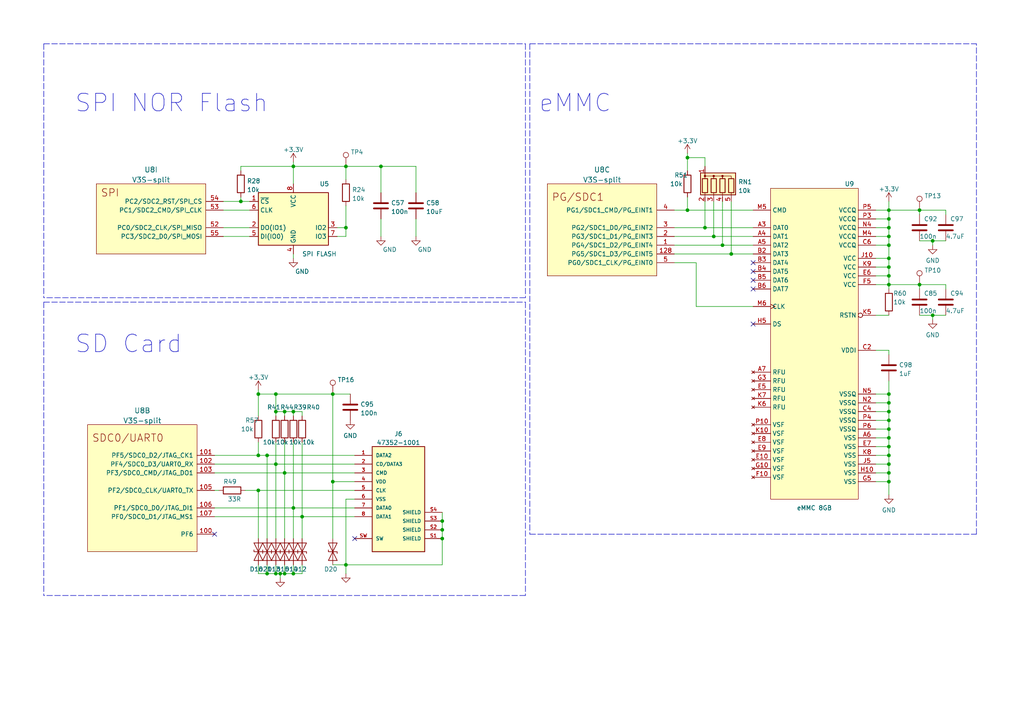
<source format=kicad_sch>
(kicad_sch (version 20211123) (generator eeschema)
  (paper "A4")
  (title_block (title "OzzyBoard") (date "2023-03-10") (rev "0.91"))
  (lib_symbols
    (symbol "47352-1001:47352-1001" (pin_names (offset 1.016))
      (property "Reference" "J?" (at 0 18.9398 0))
      (property "Value" "47352-1001" (at 0 16.4029 0))
      (symbol "47352-1001_0_0"
        (pin passive line (at -12.7 12.7 0) (length 5.08) (name "DATA2") (number "1"))
        (pin passive line (at -12.7 10.16 0) (length 5.08) (name "CD/DATA3") (number "2"))
        (pin passive line (at -12.7 7.62 0) (length 5.08) (name "CMD") (number "3"))
        (pin passive line (at -12.7 5.08 0) (length 5.08) (name "VDD") (number "4"))
        (pin passive line (at -12.7 2.54 0) (length 5.08) (name "CLK") (number "5"))
        (pin passive line (at -12.7 0 0) (length 5.08) (name "VSS") (number "6"))
        (pin passive line (at -12.7 -2.54 0) (length 5.08) (name "DATA0") (number "7"))
        (pin passive line (at -12.7 -5.08 0) (length 5.08) (name "DATA1") (number "8"))
        (pin passive line (at 12.7 -11.43 180) (length 5.08) (name "SHIELD") (number "S1"))
        (pin passive line (at 12.7 -8.89 180) (length 5.08) (name "SHIELD") (number "S2"))
        (pin passive line (at 12.7 -6.35 180) (length 5.08) (name "SHIELD") (number "S3"))
        (pin passive line (at 12.7 -3.81 180) (length 5.08) (name "SHIELD") (number "S4"))
        (pin passive line (at -12.7 -11.43 0) (length 5.08) (name "SW") (number "SW"))
      )
    )
    (symbol "Allwinner:V3S-split" (pin_names (offset 1.016))
      (property "Reference" "U?" (at -1.905 68.879 0))
      (property "Value" "V3S-split" (at -1.905 65.9313 0))
      (symbol "V3S-split_1_0"
        (text "DRAM" (at -17.78 -5.08 0) (effects (font (size 2.159 2.159)) (justify left bottom)))
        (text "Power" (at -16.51 60.96 0) (effects (font (size 2.159 2.159)) (justify left bottom)))
        (pin power_in line (at 19.05 33.02 180) (length 5.08) (name "VCC-IO0") (number "104"))
        (pin power_in line (at 19.05 49.53 180) (length 5.08) (name "VDD-SYS1") (number "108"))
        (pin power_in line (at 19.05 6.35 180) (length 5.08) (name "VCC-PE0") (number "12"))
        (pin power_in line (at 19.05 46.99 180) (length 5.08) (name "VDD-SYS2") (number "126"))
        (pin power_in line (at 19.05 30.48 180) (length 5.08) (name "VCC-IO1") (number "127"))
        (pin power_in line (at 19.05 44.45 180) (length 5.08) (name "VDD-SYS3") (number "19"))
        (pin power_in line (at -22.86 49.53 0) (length 5.08) (name "VDD-CPU3") (number "20"))
        (pin power_in line (at -22.86 52.07 0) (length 5.08) (name "VDD-CPU2") (number "21"))
        (pin power_in line (at -22.86 54.61 0) (length 5.08) (name "VDD-CPU1") (number "25"))
        (pin power_in line (at -22.86 57.15 0) (length 5.08) (name "VDD-CPU0") (number "26"))
        (pin power_in line (at 19.05 3.81 180) (length 5.08) (name "VCC-PE1") (number "29"))
        (pin power_in line (at -22.86 46.99 0) (length 5.08) (name "VDD-CPU4") (number "38"))
        (pin power_in line (at -22.86 44.45 0) (length 5.08) (name "VDD-CPU5") (number "47"))
        (pin power_in line (at 19.05 25.4 180) (length 5.08) (name "VCC-IO3") (number "50"))
        (pin power_in line (at -22.86 41.91 0) (length 5.08) (name "VDD-CPU6") (number "51"))
        (pin power_in line (at -22.86 39.37 0) (length 5.08) (name "VDD-CPU7") (number "56"))
        (pin power_in line (at 19.05 27.94 180) (length 5.08) (name "VCC-IO2") (number "57"))
        (pin power_in line (at 19.05 41.91 180) (length 5.08) (name "VDD-SYS4") (number "58"))
        (pin power_in line (at 19.05 -34.29 180) (length 5.08) (name "VCC-DRAM8") (number "59"))
        (pin power_in line (at 19.05 -36.83 180) (length 5.08) (name "VCC-DRAM9") (number "60"))
        (pin power_in line (at 19.05 -39.37 180) (length 5.08) (name "VCC-DRAM10") (number "61"))
        (pin power_in line (at 19.05 -41.91 180) (length 5.08) (name "VCC-DRAM11") (number "62"))
        (pin passive line (at 19.05 15.24 180) (length 5.08) (name "SVREF1") (number "63"))
        (pin power_in line (at 19.05 39.37 180) (length 5.08) (name "VDD-SYS5") (number "64"))
        (pin power_in line (at 19.05 -29.21 180) (length 5.08) (name "VCC-DRAM0") (number "65"))
        (pin power_in line (at 19.05 -26.67 180) (length 5.08) (name "VCC-DRAM1") (number "66"))
        (pin power_in line (at 19.05 -24.13 180) (length 5.08) (name "VCC-DRAM2") (number "67"))
        (pin power_in line (at 19.05 -21.59 180) (length 5.08) (name "VCC-DRAM3") (number "68"))
        (pin power_in line (at 19.05 -19.05 180) (length 5.08) (name "VCC-DRAM4") (number "69"))
        (pin power_in line (at 19.05 -16.51 180) (length 5.08) (name "VCC-DRAM5") (number "70"))
        (pin passive line (at 19.05 -13.97 180) (length 5.08) (name "SVREF0") (number "71"))
        (pin power_in line (at 19.05 -11.43 180) (length 5.08) (name "VCC-DRAM6") (number "72"))
        (pin passive line (at 19.05 -8.89 180) (length 5.08) (name "SZQ") (number "73"))
        (pin power_in line (at 19.05 10.16 180) (length 5.08) (name "VCC-PLL") (number "76"))
        (pin power_in line (at 19.05 -31.75 180) (length 5.08) (name "VCC-DRAM7") (number "79"))
        (pin power_in line (at 19.05 52.07 180) (length 5.08) (name "VDD-SYS0") (number "80"))
        (pin input line (at 19.05 12.7 180) (length 5.08) (name "VCC-MCSI") (number "85"))
        (pin passive line (at -22.86 3.81 0) (length 5.08) (name "EPHY-VDD") (number "88"))
        (pin passive line (at -22.86 6.35 0) (length 5.08) (name "EPHY-VCC") (number "93"))
        (pin passive line (at 19.05 17.78 180) (length 5.08) (name "RTC-VIO") (number "97"))
        (pin power_in line (at 19.05 20.32 180) (length 5.08) (name "VCC-RTC") (number "98"))
        (pin input inverted (at 19.05 58.42 180) (length 5.08) (name "RESET") (number "99"))
        (pin power_in line (at -22.86 12.7 0) (length 5.08) (name "EGND") (number "GND$1"))
        (pin power_in line (at -22.86 15.24 0) (length 5.08) (name "EGND") (number "GND$2"))
        (pin power_in line (at -22.86 17.78 0) (length 5.08) (name "EGND") (number "GND$3"))
        (pin power_in line (at -22.86 20.32 0) (length 5.08) (name "EGND") (number "GND$4"))
        (pin power_in line (at -22.86 22.86 0) (length 5.08) (name "EGND") (number "GND$5"))
        (pin power_in line (at -22.86 25.4 0) (length 5.08) (name "EGND") (number "GND$6"))
        (pin power_in line (at -22.86 27.94 0) (length 5.08) (name "EGND") (number "GND$7"))
        (pin power_in line (at -22.86 30.48 0) (length 5.08) (name "EGND") (number "GND$8"))
        (pin power_in line (at -22.86 33.02 0) (length 5.08) (name "EGND") (number "GND$9"))
      )
      (symbol "V3S-split_2_0"
        (text "SDC0/UART0" (at -16.51 55.88 0) (effects (font (size 2.159 2.159)) (justify left bottom)))
        (pin bidirectional line (at 19.05 31.75 180) (length 5.08) (name "PF6") (number "100"))
        (pin bidirectional line (at 19.05 46.99 180) (length 5.08) (name "PF5/SDC0_D2/JTAG_CK1") (number "101"))
        (pin bidirectional line (at 19.05 44.45 180) (length 5.08) (name "PF4/SDC0_D3/UART0_RX") (number "102"))
        (pin bidirectional line (at 19.05 39.37 180) (length 5.08) (name "PF3/SDC0_CMD/JTAG_DO1") (number "103"))
        (pin bidirectional line (at 19.05 36.83 180) (length 5.08) (name "PF2/SDC0_CLK/UART0_TX") (number "105"))
        (pin bidirectional line (at 19.05 52.07 180) (length 5.08) (name "PF1/SDC0_D0/JTAG_DI1") (number "106"))
        (pin bidirectional line (at 19.05 49.53 180) (length 5.08) (name "PF0/SDC0_D1/JTAG_MS1") (number "107"))
      )
      (symbol "V3S-split_3_0"
        (text "PG/SDC1" (at -16.51 59.69 0) (effects (font (size 2.159 2.159)) (justify left bottom)))
        (pin bidirectional line (at 19.05 46.99 180) (length 5.08) (name "PG4/SDC1_D2/PG_EINT4") (number "1"))
        (pin bidirectional line (at 19.05 44.45 180) (length 5.08) (name "PG5/SDC1_D3/PG_EINT5") (number "128"))
        (pin bidirectional line (at 19.05 49.53 180) (length 5.08) (name "PG3/SDC1_D1/PG_EINT3") (number "2"))
        (pin bidirectional line (at 19.05 52.07 180) (length 5.08) (name "PG2/SDC1_D0/PG_EINT2") (number "3"))
        (pin bidirectional line (at 19.05 57.15 180) (length 5.08) (name "PG1/SDC1_CMD/PG_EINT1") (number "4"))
        (pin bidirectional line (at 19.05 41.91 180) (length 5.08) (name "PG0/SDC1_CLK/PG_EINT0") (number "5"))
      )
      (symbol "V3S-split_4_0"
        (text "CODEC" (at -15.24 58.42 0) (effects (font (size 2.159 2.159)) (justify left bottom)))
        (pin passive line (at 20.32 31.75 180) (length 5.08) (name "LRADC0") (number "112"))
        (pin passive line (at 20.32 34.29 180) (length 5.08) (name "MICIN1P") (number "113"))
        (pin passive line (at 20.32 36.83 180) (length 5.08) (name "MICIN1N") (number "114"))
        (pin power_in line (at 20.32 25.4 180) (length 5.08) (name "AVCC") (number "115"))
        (pin power_in line (at 20.32 22.86 180) (length 5.08) (name "AGND") (number "116"))
        (pin power_out line (at 20.32 39.37 180) (length 5.08) (name "VRA1") (number "117"))
        (pin power_out line (at 20.32 41.91 180) (length 5.08) (name "VRA2") (number "118"))
        (pin passive line (at 20.32 44.45 180) (length 5.08) (name "HBIAS") (number "119"))
        (pin passive line (at 20.32 46.99 180) (length 5.08) (name "HPOUTR") (number "120"))
        (pin passive line (at 20.32 49.53 180) (length 5.08) (name "HPOUTL") (number "121"))
        (pin power_in line (at 20.32 52.07 180) (length 5.08) (name "HPVCCIN") (number "122"))
        (pin power_out line (at 20.32 54.61 180) (length 5.08) (name "HPVCCBP") (number "123"))
        (pin passive line (at 20.32 57.15 180) (length 5.08) (name "HPCOMFB") (number "124"))
        (pin passive line (at 20.32 59.69 180) (length 5.08) (name "HPCOM") (number "125"))
      )
      (symbol "V3S-split_5_0"
        (text "LCD/CSI" (at -19.05 58.42 0) (effects (font (size 2.159 2.159)) (justify left bottom)))
        (pin bidirectional line (at 21.59 -13.97 180) (length 5.08) (name "PE20/CSI_FIELD/CSI_MIPI_MCLK") (number "10"))
        (pin bidirectional line (at 21.59 -1.27 180) (length 5.08) (name "PE19/CSI_D15/LCD_D21") (number "11"))
        (pin bidirectional line (at 21.59 1.27 180) (length 5.08) (name "PE18/CSI_D14/LCD_D20") (number "13"))
        (pin bidirectional line (at 21.59 3.81 180) (length 5.08) (name "PE17/CSI_D13/LCD_D19") (number "14"))
        (pin bidirectional line (at 21.59 6.35 180) (length 5.08) (name "PE16/CSI_D12/LCD_D18") (number "15"))
        (pin bidirectional line (at 21.59 11.43 180) (length 5.08) (name "PE15/CSI_D11/LCD_D15") (number "16"))
        (pin bidirectional line (at 21.59 13.97 180) (length 5.08) (name "PE14/CSI_D10/LCD_D14") (number "17"))
        (pin bidirectional line (at 21.59 16.51 180) (length 5.08) (name "PE13/CSI_D9/LCD_D13") (number "18"))
        (pin bidirectional line (at 21.59 19.05 180) (length 5.08) (name "PE12/CSI_D8/LCD_D12") (number "22"))
        (pin bidirectional line (at 21.59 21.59 180) (length 5.08) (name "PE11/CSI_D7/LCD_D11") (number "23"))
        (pin bidirectional line (at 21.59 24.13 180) (length 5.08) (name "PE10/CSI_D6/LCD_D10") (number "24"))
        (pin bidirectional line (at 21.59 29.21 180) (length 5.08) (name "PE9/CSI_D5/LCD_D7") (number "27"))
        (pin bidirectional line (at 21.59 31.75 180) (length 5.08) (name "PE8/CSI_D4/LCD_D6") (number "28"))
        (pin bidirectional line (at 21.59 34.29 180) (length 5.08) (name "PE7/CSI_D3/LCD_D5") (number "30"))
        (pin bidirectional line (at 21.59 36.83 180) (length 5.08) (name "PE6/CSI_D2/LCD_D4") (number "31"))
        (pin bidirectional line (at 21.59 39.37 180) (length 5.08) (name "PE5/CSI_D1/LCD_D3") (number "32"))
        (pin passive line (at 21.59 41.91 180) (length 5.08) (name "PE4/CSI_D0/LCD_D2") (number "33"))
        (pin bidirectional line (at 21.59 54.61 180) (length 5.08) (name "PE3/CSI_VSYNC/LCD_VSYNC") (number "34"))
        (pin bidirectional line (at 21.59 52.07 180) (length 5.08) (name "PE2/CSI_HSYNC/LCD_HSYNC") (number "35"))
        (pin bidirectional line (at 21.59 49.53 180) (length 5.08) (name "PE1/CSI_MCLK/LCD_DE") (number "36"))
        (pin bidirectional line (at 21.59 46.99 180) (length 5.08) (name "PE0/CSI_PCLK-/LCD_CLK") (number "37"))
        (pin bidirectional line (at 21.59 -6.35 180) (length 5.08) (name "PE24/LCD_D23") (number "6"))
        (pin bidirectional line (at 21.59 -3.81 180) (length 5.08) (name "PE23/LCD_D22") (number "7"))
        (pin bidirectional line (at 21.59 -19.05 180) (length 5.08) (name "PE22/CSI_SDA/TWI1_SDA/UART1_RX") (number "8"))
        (pin bidirectional line (at 21.59 -16.51 180) (length 5.08) (name "PE21/CSI_SCK/TWI1_SCK/UART1_TX") (number "9"))
      )
      (symbol "V3S-split_6_0"
        (text "USB" (at -16.51 58.42 0) (effects (font (size 2.159 2.159)) (justify left bottom)))
        (pin power_in line (at 19.05 53.34 180) (length 5.08) (name "VCC-USB") (number "109"))
        (pin passive line (at 19.05 55.88 180) (length 5.08) (name "USB-DM") (number "110"))
        (pin passive line (at 19.05 58.42 180) (length 5.08) (name "USB-DP") (number "111"))
      )
      (symbol "V3S-split_7_0"
        (text "RTC" (at -16.51 58.42 0) (effects (font (size 2.159 2.159)) (justify left bottom)))
        (pin passive line (at 19.05 57.15 180) (length 5.08) (name "X32KOUT") (number "95"))
        (pin passive line (at 19.05 59.69 180) (length 5.08) (name "X32KIN") (number "96"))
      )
      (symbol "V3S-split_8_0"
        (text "MIPI" (at -16.51 58.42 0) (effects (font (size 2.159 2.159)) (justify left bottom)))
        (pin input line (at 19.05 45.72 180) (length 5.08) (name "MCSI-D0P") (number "81"))
        (pin input line (at 19.05 48.26 180) (length 5.08) (name "MCSI-D0N") (number "82"))
        (pin input line (at 19.05 50.8 180) (length 5.08) (name "MCSI-D1P") (number "83"))
        (pin input line (at 19.05 53.34 180) (length 5.08) (name "MCSI-D1N") (number "84"))
        (pin output line (at 19.05 57.15 180) (length 5.08) (name "MCSI-CKP") (number "86"))
        (pin output line (at 19.05 59.69 180) (length 5.08) (name "MCSI-CKN") (number "87"))
      )
      (symbol "V3S-split_9_0"
        (text "SPI" (at -16.51 60.96 0) (effects (font (size 2.159 2.159)) (justify left bottom)))
        (pin bidirectional line (at 19.05 50.8 180) (length 5.08) (name "PC0/SDC2_CLK/SPI_MISO") (number "52"))
        (pin bidirectional line (at 19.05 57.15 180) (length 5.08) (name "PC1/SDC2_CMD/SPI_CLK") (number "53"))
        (pin bidirectional line (at 19.05 59.69 180) (length 5.08) (name "PC2/SDC2_RST/SPI_CS") (number "54"))
        (pin bidirectional line (at 19.05 48.26 180) (length 5.08) (name "PC3/SDC2_D0/SPI_MOSI") (number "55"))
      )
      (symbol "V3S-split_10_0"
        (text "SYSCLK" (at -16.51 59.69 0) (effects (font (size 2.159 2.159)) (justify left bottom)))
        (pin passive line (at 19.05 55.88 180) (length 5.08) (name "X24MOUT") (number "74"))
        (pin passive line (at 19.05 58.42 180) (length 5.08) (name "X24MIN") (number "75"))
      )
      (symbol "V3S-split_11_0"
        (text "PWM0/1" (at -21.59 39.37 0) (effects (font (size 2.159 2.159)) (justify left bottom)))
        (text "TWI0/1" (at -21.59 27.94 0) (effects (font (size 2.159 2.159)) (justify left bottom)))
        (text "UART2" (at -21.59 57.15 0) (effects (font (size 2.159 2.159)) (justify left bottom)))
        (pin bidirectional line (at 20.32 46.99 180) (length 5.08) (name "PB0/UART2_TX/PB_EINT0") (number "39"))
        (pin bidirectional line (at 20.32 49.53 180) (length 5.08) (name "PB1/UART2_RX/PB_EINT1") (number "40"))
        (pin bidirectional line (at 20.32 52.07 180) (length 5.08) (name "PB2/UART2_RTS/PB_EINT2") (number "41"))
        (pin bidirectional line (at 20.32 54.61 180) (length 5.08) (name "PB3/UART2_CTS/PB_EINT3") (number "42"))
        (pin bidirectional line (at 20.32 34.29 180) (length 5.08) (name "PB4/PWM0/PB_EINT4") (number "43"))
        (pin bidirectional line (at 20.32 36.83 180) (length 5.08) (name "PB5/PWM1/PB_EINT5") (number "44"))
        (pin bidirectional line (at 20.32 15.24 180) (length 5.08) (name "PB6/TWI0_SCK/PB_EINT6") (number "45"))
        (pin bidirectional line (at 20.32 17.78 180) (length 5.08) (name "PB7/TWI0_SDA/PB_EINT7") (number "46"))
        (pin bidirectional line (at 20.32 22.86 180) (length 5.08) (name "PB8/TWI1_SCK/UART0_TX/PB_EINT8") (number "48"))
        (pin bidirectional line (at 20.32 25.4 180) (length 5.08) (name "PB9/TWI1_SDA/UART0_RX/PB_EINT9") (number "49"))
      )
      (symbol "V3S-split_12_0"
        (text "EPHY" (at -15.24 59.69 0) (effects (font (size 2.159 2.159)) (justify left bottom)))
        (pin passive line (at 19.05 40.64 180) (length 5.08) (name "EPHY-LINK-LED") (number "77"))
        (pin passive line (at 19.05 43.18 180) (length 5.08) (name "EPHY-SPD-LED") (number "78"))
        (pin passive line (at 19.05 48.26 180) (length 5.08) (name "EPHY-RXN") (number "89"))
        (pin passive line (at 19.05 50.8 180) (length 5.08) (name "EPHY-RXP") (number "90"))
        (pin passive line (at 19.05 53.34 180) (length 5.08) (name "EPHY-TXN") (number "91"))
        (pin passive line (at 19.05 55.88 180) (length 5.08) (name "EPHY-TXP") (number "92"))
        (pin passive line (at 19.05 58.42 180) (length 5.08) (name "EPHY-RTX") (number "94"))
      )
    )
    (symbol "Connector:TestPoint" (pin_numbers hide) (pin_names (offset 0.762) hide)
      (property "Reference" "TP" (at 0 6.858 0))
      (property "Value" "TestPoint" (at 0 5.08 0))
      (symbol "TestPoint_1_1"
        (pin passive line (at 0 0 90) (length 2.54) (name "1") (number "1"))
      )
    )
    (symbol "Device:C" (pin_numbers hide) (pin_names (offset 0.254))
      (property "Reference" "C" (at 0.635 2.54 0))
      (property "Value" "C" (at 0.635 -2.54 0))
      (symbol "C_1_1"
        (pin passive line (at 0 3.81 270) (length 2.794) (name "~") (number "1"))
        (pin passive line (at 0 -3.81 90) (length 2.794) (name "~") (number "2"))
      )
    )
    (symbol "Device:R" (pin_numbers hide) (pin_names (offset 0))
      (property "Reference" "R" (at 2.032 0 90))
      (property "Value" "R" (at 0 0 90))
      (symbol "R_1_1"
        (pin passive line (at 0 3.81 270) (length 1.27) (name "~") (number "1"))
        (pin passive line (at 0 -3.81 90) (length 1.27) (name "~") (number "2"))
      )
    )
    (symbol "Device:R_Network04" (pin_names (offset 0) hide)
      (property "Reference" "RN" (at -7.62 0 90))
      (property "Value" "R_Network04" (at 5.08 0 90))
      (symbol "R_Network04_1_1"
        (pin passive line (at -5.08 5.08 270) (length 2.54) (name "common") (number "1"))
        (pin passive line (at -5.08 -5.08 90) (length 1.27) (name "R1") (number "2"))
        (pin passive line (at -2.54 -5.08 90) (length 1.27) (name "R2") (number "3"))
        (pin passive line (at 0 -5.08 90) (length 1.27) (name "R3") (number "4"))
        (pin passive line (at 2.54 -5.08 90) (length 1.27) (name "R4") (number "5"))
      )
    )
    (symbol "Diode:ESD9B3.3ST5G" (pin_numbers hide) (pin_names (offset 1.016) hide)
      (property "Reference" "D" (at 0 2.54 0))
      (property "Value" "ESD9B3.3ST5G" (at 0 -2.54 0))
      (symbol "ESD9B3.3ST5G_1_1"
        (pin passive line (at -3.81 0 0) (length 2.54) (name "A1") (number "1"))
        (pin passive line (at 3.81 0 180) (length 2.54) (name "A2") (number "2"))
      )
    )
    (symbol "Memory_Flash:W25Q128JVS"
      (property "Reference" "U?" (at 2.0194 11.3198 0))
      (property "Value" "W25Q128JVS" (at 2.0194 8.7829 0))
      (symbol "W25Q128JVS_1_1"
        (pin input line (at -12.7 5.08 0) (length 2.54) (name "~{CS}") (number "1"))
        (pin bidirectional line (at -12.7 -2.54 0) (length 2.54) (name "DO(IO1)") (number "2"))
        (pin bidirectional line (at 12.7 -2.54 180) (length 2.54) (name "IO2") (number "3"))
        (pin power_in line (at 0 -10.16 90) (length 2.54) (name "GND") (number "4"))
        (pin bidirectional line (at -12.7 -5.08 0) (length 2.54) (name "DI(IO0)") (number "5"))
        (pin input line (at -12.7 2.54 0) (length 2.54) (name "CLK") (number "6"))
        (pin bidirectional line (at 12.7 -5.08 180) (length 2.54) (name "IO3") (number "7"))
        (pin power_in line (at 0 10.16 270) (length 2.54) (name "VCC") (number "8"))
      )
    )
    (symbol "V3S-split_1" (pin_names (offset 1.016))
      (property "Reference" "U?" (at -1.905 68.879 0))
      (property "Value" "V3S-split_1" (at -1.905 65.9313 0))
      (symbol "V3S-split_1_1_0"
        (text "DRAM" (at -17.78 -5.08 0) (effects (font (size 2.159 2.159)) (justify left bottom)))
        (text "Power" (at -16.51 60.96 0) (effects (font (size 2.159 2.159)) (justify left bottom)))
        (pin power_in line (at 19.05 33.02 180) (length 5.08) (name "VCC-IO0") (number "104"))
        (pin power_in line (at 19.05 49.53 180) (length 5.08) (name "VDD-SYS1") (number "108"))
        (pin power_in line (at 19.05 6.35 180) (length 5.08) (name "VCC-PE0") (number "12"))
        (pin power_in line (at 19.05 46.99 180) (length 5.08) (name "VDD-SYS2") (number "126"))
        (pin power_in line (at 19.05 30.48 180) (length 5.08) (name "VCC-IO1") (number "127"))
        (pin power_in line (at 19.05 44.45 180) (length 5.08) (name "VDD-SYS3") (number "19"))
        (pin power_in line (at -22.86 49.53 0) (length 5.08) (name "VDD-CPU3") (number "20"))
        (pin power_in line (at -22.86 52.07 0) (length 5.08) (name "VDD-CPU2") (number "21"))
        (pin power_in line (at -22.86 54.61 0) (length 5.08) (name "VDD-CPU1") (number "25"))
        (pin power_in line (at -22.86 57.15 0) (length 5.08) (name "VDD-CPU0") (number "26"))
        (pin power_in line (at 19.05 3.81 180) (length 5.08) (name "VCC-PE1") (number "29"))
        (pin power_in line (at -22.86 46.99 0) (length 5.08) (name "VDD-CPU4") (number "38"))
        (pin power_in line (at -22.86 44.45 0) (length 5.08) (name "VDD-CPU5") (number "47"))
        (pin power_in line (at 19.05 25.4 180) (length 5.08) (name "VCC-IO3") (number "50"))
        (pin power_in line (at -22.86 41.91 0) (length 5.08) (name "VDD-CPU6") (number "51"))
        (pin power_in line (at -22.86 39.37 0) (length 5.08) (name "VDD-CPU7") (number "56"))
        (pin power_in line (at 19.05 27.94 180) (length 5.08) (name "VCC-IO2") (number "57"))
        (pin power_in line (at 19.05 41.91 180) (length 5.08) (name "VDD-SYS4") (number "58"))
        (pin power_in line (at 19.05 -34.29 180) (length 5.08) (name "VCC-DRAM8") (number "59"))
        (pin power_in line (at 19.05 -36.83 180) (length 5.08) (name "VCC-DRAM9") (number "60"))
        (pin power_in line (at 19.05 -39.37 180) (length 5.08) (name "VCC-DRAM10") (number "61"))
        (pin power_in line (at 19.05 -41.91 180) (length 5.08) (name "VCC-DRAM11") (number "62"))
        (pin passive line (at 19.05 15.24 180) (length 5.08) (name "SVREF1") (number "63"))
        (pin power_in line (at 19.05 39.37 180) (length 5.08) (name "VDD-SYS5") (number "64"))
        (pin power_in line (at 19.05 -29.21 180) (length 5.08) (name "VCC-DRAM0") (number "65"))
        (pin power_in line (at 19.05 -26.67 180) (length 5.08) (name "VCC-DRAM1") (number "66"))
        (pin power_in line (at 19.05 -24.13 180) (length 5.08) (name "VCC-DRAM2") (number "67"))
        (pin power_in line (at 19.05 -21.59 180) (length 5.08) (name "VCC-DRAM3") (number "68"))
        (pin power_in line (at 19.05 -19.05 180) (length 5.08) (name "VCC-DRAM4") (number "69"))
        (pin power_in line (at 19.05 -16.51 180) (length 5.08) (name "VCC-DRAM5") (number "70"))
        (pin passive line (at 19.05 -13.97 180) (length 5.08) (name "SVREF0") (number "71"))
        (pin power_in line (at 19.05 -11.43 180) (length 5.08) (name "VCC-DRAM6") (number "72"))
        (pin passive line (at 19.05 -8.89 180) (length 5.08) (name "SZQ") (number "73"))
        (pin power_in line (at 19.05 10.16 180) (length 5.08) (name "VCC-PLL") (number "76"))
        (pin power_in line (at 19.05 -31.75 180) (length 5.08) (name "VCC-DRAM7") (number "79"))
        (pin power_in line (at 19.05 52.07 180) (length 5.08) (name "VDD-SYS0") (number "80"))
        (pin input line (at 19.05 12.7 180) (length 5.08) (name "VCC-MCSI") (number "85"))
        (pin passive line (at -22.86 3.81 0) (length 5.08) (name "EPHY-VDD") (number "88"))
        (pin passive line (at -22.86 6.35 0) (length 5.08) (name "EPHY-VCC") (number "93"))
        (pin passive line (at 19.05 17.78 180) (length 5.08) (name "RTC-VIO") (number "97"))
        (pin power_in line (at 19.05 20.32 180) (length 5.08) (name "VCC-RTC") (number "98"))
        (pin input inverted (at 19.05 58.42 180) (length 5.08) (name "RESET") (number "99"))
        (pin power_in line (at -22.86 12.7 0) (length 5.08) (name "EGND") (number "GND$1"))
        (pin power_in line (at -22.86 15.24 0) (length 5.08) (name "EGND") (number "GND$2"))
        (pin power_in line (at -22.86 17.78 0) (length 5.08) (name "EGND") (number "GND$3"))
        (pin power_in line (at -22.86 20.32 0) (length 5.08) (name "EGND") (number "GND$4"))
        (pin power_in line (at -22.86 22.86 0) (length 5.08) (name "EGND") (number "GND$5"))
        (pin power_in line (at -22.86 25.4 0) (length 5.08) (name "EGND") (number "GND$6"))
        (pin power_in line (at -22.86 27.94 0) (length 5.08) (name "EGND") (number "GND$7"))
        (pin power_in line (at -22.86 30.48 0) (length 5.08) (name "EGND") (number "GND$8"))
        (pin power_in line (at -22.86 33.02 0) (length 5.08) (name "EGND") (number "GND$9"))
      )
      (symbol "V3S-split_1_2_0"
        (text "SDC0/UART0" (at -16.51 55.88 0) (effects (font (size 2.159 2.159)) (justify left bottom)))
        (pin bidirectional line (at 19.05 31.75 180) (length 5.08) (name "PF6") (number "100"))
        (pin bidirectional line (at 19.05 46.99 180) (length 5.08) (name "PF5/SDC0_D2/JTAG_CK1") (number "101"))
        (pin bidirectional line (at 19.05 44.45 180) (length 5.08) (name "PF4/SDC0_D3/UART0_RX") (number "102"))
        (pin bidirectional line (at 19.05 39.37 180) (length 5.08) (name "PF3/SDC0_CMD/JTAG_DO1") (number "103"))
        (pin bidirectional line (at 19.05 36.83 180) (length 5.08) (name "PF2/SDC0_CLK/UART0_TX") (number "105"))
        (pin bidirectional line (at 19.05 52.07 180) (length 5.08) (name "PF1/SDC0_D0/JTAG_DI1") (number "106"))
        (pin bidirectional line (at 19.05 49.53 180) (length 5.08) (name "PF0/SDC0_D1/JTAG_MS1") (number "107"))
      )
      (symbol "V3S-split_1_3_0"
        (text "PG/SDC1" (at -10.16 58.42 0) (effects (font (size 2.159 2.159)) (justify left bottom)))
        (pin bidirectional line (at 19.05 44.45 180) (length 5.08) (name "PG4/SDC1_D2/PG_EINT4") (number "1"))
        (pin bidirectional line (at 19.05 41.91 180) (length 5.08) (name "PG5/SDC1_D3/PG_EINT5") (number "128"))
        (pin bidirectional line (at 19.05 46.99 180) (length 5.08) (name "PG3/SDC1_D1/PG_EINT3") (number "2"))
        (pin bidirectional line (at 19.05 49.53 180) (length 5.08) (name "PG2/SDC1_D0/PG_EINT2") (number "3"))
        (pin bidirectional line (at 19.05 52.07 180) (length 5.08) (name "PG1/SDC1_CMD/PG_EINT1") (number "4"))
        (pin bidirectional line (at 19.05 54.61 180) (length 5.08) (name "PG0/SDC1_CLK/PG_EINT0") (number "5"))
      )
      (symbol "V3S-split_1_4_0"
        (text "CODEC" (at -15.24 58.42 0) (effects (font (size 2.159 2.159)) (justify left bottom)))
        (pin passive line (at 20.32 31.75 180) (length 5.08) (name "LRADC0") (number "112"))
        (pin passive line (at 20.32 34.29 180) (length 5.08) (name "MICIN1P") (number "113"))
        (pin passive line (at 20.32 36.83 180) (length 5.08) (name "MICIN1N") (number "114"))
        (pin power_in line (at 20.32 25.4 180) (length 5.08) (name "AVCC") (number "115"))
        (pin power_in line (at 20.32 22.86 180) (length 5.08) (name "AGND") (number "116"))
        (pin power_out line (at 20.32 39.37 180) (length 5.08) (name "VRA1") (number "117"))
        (pin power_out line (at 20.32 41.91 180) (length 5.08) (name "VRA2") (number "118"))
        (pin passive line (at 20.32 44.45 180) (length 5.08) (name "HBIAS") (number "119"))
        (pin passive line (at 20.32 46.99 180) (length 5.08) (name "HPOUTR") (number "120"))
        (pin passive line (at 20.32 49.53 180) (length 5.08) (name "HPOUTL") (number "121"))
        (pin power_in line (at 20.32 52.07 180) (length 5.08) (name "HPVCCIN") (number "122"))
        (pin power_out line (at 20.32 54.61 180) (length 5.08) (name "HPVCCBP") (number "123"))
        (pin passive line (at 20.32 57.15 180) (length 5.08) (name "HPCOMFB") (number "124"))
        (pin passive line (at 20.32 59.69 180) (length 5.08) (name "HPCOM") (number "125"))
      )
      (symbol "V3S-split_1_5_0"
        (text "LCD/CSI" (at -19.05 58.42 0) (effects (font (size 2.159 2.159)) (justify left bottom)))
        (pin bidirectional line (at 21.59 -13.97 180) (length 5.08) (name "PE20/CSI_FIELD/CSI_MIPI_MCLK") (number "10"))
        (pin bidirectional line (at 21.59 -1.27 180) (length 5.08) (name "PE19/CSI_D15/LCD_D21") (number "11"))
        (pin bidirectional line (at 21.59 1.27 180) (length 5.08) (name "PE18/CSI_D14/LCD_D20") (number "13"))
        (pin bidirectional line (at 21.59 3.81 180) (length 5.08) (name "PE17/CSI_D13/LCD_D19") (number "14"))
        (pin bidirectional line (at 21.59 6.35 180) (length 5.08) (name "PE16/CSI_D12/LCD_D18") (number "15"))
        (pin bidirectional line (at 21.59 11.43 180) (length 5.08) (name "PE15/CSI_D11/LCD_D15") (number "16"))
        (pin bidirectional line (at 21.59 13.97 180) (length 5.08) (name "PE14/CSI_D10/LCD_D14") (number "17"))
        (pin bidirectional line (at 21.59 16.51 180) (length 5.08) (name "PE13/CSI_D9/LCD_D13") (number "18"))
        (pin bidirectional line (at 21.59 19.05 180) (length 5.08) (name "PE12/CSI_D8/LCD_D12") (number "22"))
        (pin bidirectional line (at 21.59 21.59 180) (length 5.08) (name "PE11/CSI_D7/LCD_D11") (number "23"))
        (pin bidirectional line (at 21.59 24.13 180) (length 5.08) (name "PE10/CSI_D6/LCD_D10") (number "24"))
        (pin bidirectional line (at 21.59 29.21 180) (length 5.08) (name "PE9/CSI_D5/LCD_D7") (number "27"))
        (pin bidirectional line (at 21.59 31.75 180) (length 5.08) (name "PE8/CSI_D4/LCD_D6") (number "28"))
        (pin bidirectional line (at 21.59 34.29 180) (length 5.08) (name "PE7/CSI_D3/LCD_D5") (number "30"))
        (pin bidirectional line (at 21.59 36.83 180) (length 5.08) (name "PE6/CSI_D2/LCD_D4") (number "31"))
        (pin bidirectional line (at 21.59 39.37 180) (length 5.08) (name "PE5/CSI_D1/LCD_D3") (number "32"))
        (pin passive line (at 21.59 41.91 180) (length 5.08) (name "PE4/CSI_D0/LCD_D2") (number "33"))
        (pin bidirectional line (at 21.59 54.61 180) (length 5.08) (name "PE3/CSI_VSYNC/LCD_VSYNC") (number "34"))
        (pin bidirectional line (at 21.59 52.07 180) (length 5.08) (name "PE2/CSI_HSYNC/LCD_HSYNC") (number "35"))
        (pin bidirectional line (at 21.59 49.53 180) (length 5.08) (name "PE1/CSI_MCLK/LCD_DE") (number "36"))
        (pin bidirectional line (at 21.59 46.99 180) (length 5.08) (name "PE0/CSI_PCLK-/LCD_CLK") (number "37"))
        (pin bidirectional line (at 21.59 -6.35 180) (length 5.08) (name "PE24/LCD_D23") (number "6"))
        (pin bidirectional line (at 21.59 -3.81 180) (length 5.08) (name "PE23/LCD_D22") (number "7"))
        (pin bidirectional line (at 21.59 -19.05 180) (length 5.08) (name "PE22/CSI_SDA/TWI1_SDA/UART1_RX") (number "8"))
        (pin bidirectional line (at 21.59 -16.51 180) (length 5.08) (name "PE21/CSI_SCK/TWI1_SCK/UART1_TX") (number "9"))
      )
      (symbol "V3S-split_1_6_0"
        (text "USB" (at -16.51 58.42 0) (effects (font (size 2.159 2.159)) (justify left bottom)))
        (pin power_in line (at 19.05 53.34 180) (length 5.08) (name "VCC-USB") (number "109"))
        (pin passive line (at 19.05 55.88 180) (length 5.08) (name "USB-DM") (number "110"))
        (pin passive line (at 19.05 58.42 180) (length 5.08) (name "USB-DP") (number "111"))
      )
      (symbol "V3S-split_1_7_0"
        (text "RTC" (at -16.51 58.42 0) (effects (font (size 2.159 2.159)) (justify left bottom)))
        (pin passive line (at 19.05 57.15 180) (length 5.08) (name "X32KOUT") (number "95"))
        (pin passive line (at 19.05 59.69 180) (length 5.08) (name "X32KIN") (number "96"))
      )
      (symbol "V3S-split_1_8_0"
        (text "MIPI" (at -16.51 58.42 0) (effects (font (size 2.159 2.159)) (justify left bottom)))
        (pin input line (at 19.05 45.72 180) (length 5.08) (name "MCSI-D0P") (number "81"))
        (pin input line (at 19.05 48.26 180) (length 5.08) (name "MCSI-D0N") (number "82"))
        (pin input line (at 19.05 50.8 180) (length 5.08) (name "MCSI-D1P") (number "83"))
        (pin input line (at 19.05 53.34 180) (length 5.08) (name "MCSI-D1N") (number "84"))
        (pin output line (at 19.05 57.15 180) (length 5.08) (name "MCSI-CKP") (number "86"))
        (pin output line (at 19.05 59.69 180) (length 5.08) (name "MCSI-CKN") (number "87"))
      )
      (symbol "V3S-split_1_9_0"
        (text "SPI" (at -16.51 60.96 0) (effects (font (size 2.159 2.159)) (justify left bottom)))
        (pin bidirectional line (at 19.05 52.07 180) (length 5.08) (name "PC0/SDC2_CLK/SPI_MISO") (number "52"))
        (pin bidirectional line (at 19.05 57.15 180) (length 5.08) (name "PC1/SDC2_CMD/SPI_CLK") (number "53"))
        (pin bidirectional line (at 19.05 59.69 180) (length 5.08) (name "PC2/SDC2_RST/SPI_CS") (number "54"))
        (pin bidirectional line (at 19.05 49.53 180) (length 5.08) (name "PC3/SDC2_D0/SPI_MOSI") (number "55"))
      )
      (symbol "V3S-split_1_10_0"
        (text "SYSCLK" (at -16.51 59.69 0) (effects (font (size 2.159 2.159)) (justify left bottom)))
        (pin passive line (at 19.05 55.88 180) (length 5.08) (name "X24MOUT") (number "74"))
        (pin passive line (at 19.05 58.42 180) (length 5.08) (name "X24MIN") (number "75"))
      )
      (symbol "V3S-split_1_11_0"
        (text "PWM0/1" (at -21.59 39.37 0) (effects (font (size 2.159 2.159)) (justify left bottom)))
        (text "TWI0/1" (at -21.59 27.94 0) (effects (font (size 2.159 2.159)) (justify left bottom)))
        (text "UART2" (at -21.59 57.15 0) (effects (font (size 2.159 2.159)) (justify left bottom)))
        (pin bidirectional line (at 20.32 46.99 180) (length 5.08) (name "PB0/UART2_TX/PB_EINT0") (number "39"))
        (pin bidirectional line (at 20.32 49.53 180) (length 5.08) (name "PB1/UART2_RX/PB_EINT1") (number "40"))
        (pin bidirectional line (at 20.32 52.07 180) (length 5.08) (name "PB2/UART2_RTS/PB_EINT2") (number "41"))
        (pin bidirectional line (at 20.32 54.61 180) (length 5.08) (name "PB3/UART2_CTS/PB_EINT3") (number "42"))
        (pin bidirectional line (at 20.32 34.29 180) (length 5.08) (name "PB4/PWM0/PB_EINT4") (number "43"))
        (pin bidirectional line (at 20.32 36.83 180) (length 5.08) (name "PB5/PWM1/PB_EINT5") (number "44"))
        (pin bidirectional line (at 20.32 15.24 180) (length 5.08) (name "PB6/TWI0_SCK/PB_EINT6") (number "45"))
        (pin bidirectional line (at 20.32 17.78 180) (length 5.08) (name "PB7/TWI0_SDA/PB_EINT7") (number "46"))
        (pin bidirectional line (at 20.32 22.86 180) (length 5.08) (name "PB8/TWI1_SCK/UART0_TX/PB_EINT8") (number "48"))
        (pin bidirectional line (at 20.32 25.4 180) (length 5.08) (name "PB9/TWI1_SDA/UART0_RX/PB_EINT9") (number "49"))
      )
      (symbol "V3S-split_1_12_0"
        (text "EPHY" (at -15.24 59.69 0) (effects (font (size 2.159 2.159)) (justify left bottom)))
        (pin passive line (at 19.05 40.64 180) (length 5.08) (name "EPHY-LINK-LED") (number "77"))
        (pin passive line (at 19.05 43.18 180) (length 5.08) (name "EPHY-SPD-LED") (number "78"))
        (pin passive line (at 19.05 48.26 180) (length 5.08) (name "EPHY-RXN") (number "89"))
        (pin passive line (at 19.05 50.8 180) (length 5.08) (name "EPHY-RXP") (number "90"))
        (pin passive line (at 19.05 53.34 180) (length 5.08) (name "EPHY-TXN") (number "91"))
        (pin passive line (at 19.05 55.88 180) (length 5.08) (name "EPHY-TXP") (number "92"))
        (pin passive line (at 19.05 58.42 180) (length 5.08) (name "EPHY-RTX") (number "94"))
      )
    )
    (symbol "V3S-split_2" (pin_names (offset 1.016))
      (property "Reference" "U1" (at 12.7 67.31 0))
      (property "Value" "V3S-split_2" (at -12.7 67.31 0))
      (symbol "V3S-split_2_1_0"
        (text "Power" (at -16.51 60.96 0) (effects (font (size 2.159 2.159)) (justify left bottom)))
        (pin power_in line (at 19.05 33.02 180) (length 5.08) (name "VCC-IO0") (number "104"))
        (pin power_in line (at 19.05 49.53 180) (length 5.08) (name "VDD-SYS1") (number "108"))
        (pin passive line (at -22.86 31.75 0) (length 5.08) (name "AVCC") (number "115"))
        (pin passive line (at -22.86 29.21 0) (length 5.08) (name "AGND") (number "116"))
        (pin power_in line (at 19.05 -5.08 180) (length 5.08) (name "VCC-PE0") (number "12"))
        (pin power_in line (at 19.05 46.99 180) (length 5.08) (name "VDD-SYS2") (number "126"))
        (pin power_in line (at 19.05 30.48 180) (length 5.08) (name "VCC-IO1") (number "127"))
        (pin power_in line (at 19.05 44.45 180) (length 5.08) (name "VDD-SYS3") (number "19"))
        (pin power_in line (at -22.86 49.53 0) (length 5.08) (name "VDD-CPU3") (number "20"))
        (pin power_in line (at -22.86 52.07 0) (length 5.08) (name "VDD-CPU2") (number "21"))
        (pin power_in line (at -22.86 54.61 0) (length 5.08) (name "VDD-CPU1") (number "25"))
        (pin power_in line (at -22.86 57.15 0) (length 5.08) (name "VDD-CPU0") (number "26"))
        (pin power_in line (at 19.05 -7.62 180) (length 5.08) (name "VCC-PE1") (number "29"))
        (pin power_in line (at -22.86 46.99 0) (length 5.08) (name "VDD-CPU4") (number "38"))
        (pin power_in line (at -22.86 44.45 0) (length 5.08) (name "VDD-CPU5") (number "47"))
        (pin power_in line (at 19.05 25.4 180) (length 5.08) (name "VCC-IO3") (number "50"))
        (pin power_in line (at -22.86 41.91 0) (length 5.08) (name "VDD-CPU6") (number "51"))
        (pin power_in line (at -22.86 39.37 0) (length 5.08) (name "VDD-CPU7") (number "56"))
        (pin power_in line (at 19.05 27.94 180) (length 5.08) (name "VCC-IO2") (number "57"))
        (pin power_in line (at 19.05 41.91 180) (length 5.08) (name "VDD-SYS4") (number "58"))
        (pin power_in line (at -22.86 -30.48 0) (length 5.08) (name "VCC-DRAM8") (number "59"))
        (pin power_in line (at -22.86 -33.02 0) (length 5.08) (name "VCC-DRAM9") (number "60"))
        (pin power_in line (at -22.86 -35.56 0) (length 5.08) (name "VCC-DRAM10") (number "61"))
        (pin power_in line (at -22.86 -38.1 0) (length 5.08) (name "VCC-DRAM11") (number "62"))
        (pin passive line (at -22.86 20.32 0) (length 5.08) (name "SVREF1") (number "63"))
        (pin power_in line (at 19.05 39.37 180) (length 5.08) (name "VDD-SYS5") (number "64"))
        (pin power_in line (at -22.86 -10.16 0) (length 5.08) (name "VCC-DRAM0") (number "65"))
        (pin power_in line (at -22.86 -12.7 0) (length 5.08) (name "VCC-DRAM1") (number "66"))
        (pin power_in line (at -22.86 -15.24 0) (length 5.08) (name "VCC-DRAM2") (number "67"))
        (pin power_in line (at -22.86 -17.78 0) (length 5.08) (name "VCC-DRAM3") (number "68"))
        (pin power_in line (at -22.86 -20.32 0) (length 5.08) (name "VCC-DRAM4") (number "69"))
        (pin power_in line (at -22.86 -22.86 0) (length 5.08) (name "VCC-DRAM5") (number "70"))
        (pin passive line (at -22.86 22.86 0) (length 5.08) (name "SVREF0") (number "71"))
        (pin power_in line (at -22.86 -25.4 0) (length 5.08) (name "VCC-DRAM6") (number "72"))
        (pin passive line (at 19.05 -12.7 180) (length 5.08) (name "SZQ") (number "73"))
        (pin power_in line (at 19.05 3.81 180) (length 5.08) (name "VCC-PLL") (number "76"))
        (pin power_in line (at -22.86 -27.94 0) (length 5.08) (name "VCC-DRAM7") (number "79"))
        (pin power_in line (at 19.05 52.07 180) (length 5.08) (name "VDD-SYS0") (number "80"))
        (pin input line (at 19.05 6.35 180) (length 5.08) (name "VCC-MCSI") (number "85"))
        (pin passive line (at -22.86 2.54 0) (length 5.08) (name "EPHY-VDD") (number "88"))
        (pin passive line (at -22.86 5.08 0) (length 5.08) (name "EPHY-VCC") (number "93"))
        (pin passive line (at 19.05 13.97 180) (length 5.08) (name "RTC-VIO") (number "97"))
        (pin power_in line (at 19.05 16.51 180) (length 5.08) (name "VCC-RTC") (number "98"))
        (pin input inverted (at 19.05 62.23 180) (length 5.08) (name "RESET") (number "99"))
        (pin passive line (at 19.05 -38.1 180) (length 5.08) (name "EGND") (number "GND$1"))
        (pin passive line (at 19.05 -35.56 180) (length 5.08) (name "EGND") (number "GND$2"))
        (pin passive line (at 19.05 -33.02 180) (length 5.08) (name "EGND") (number "GND$3"))
        (pin passive line (at 19.05 -30.48 180) (length 5.08) (name "EGND") (number "GND$4"))
        (pin passive line (at 19.05 -27.94 180) (length 5.08) (name "EGND") (number "GND$5"))
        (pin passive line (at 19.05 -25.4 180) (length 5.08) (name "EGND") (number "GND$6"))
        (pin passive line (at 19.05 -22.86 180) (length 5.08) (name "EGND") (number "GND$7"))
        (pin passive line (at 19.05 -20.32 180) (length 5.08) (name "EGND") (number "GND$8"))
        (pin passive line (at 19.05 -17.78 180) (length 5.08) (name "EGND") (number "GND$9"))
      )
      (symbol "V3S-split_2_2_0"
        (text "SDC0/UART0" (at -16.51 59.69 0) (effects (font (size 2.159 2.159)) (justify left bottom)))
        (pin bidirectional line (at 19.05 33.02 180) (length 5.08) (name "PF6") (number "100"))
        (pin bidirectional line (at 19.05 55.88 180) (length 5.08) (name "PF5/SDC0_D2/JTAG_CK1") (number "101"))
        (pin bidirectional line (at 19.05 53.34 180) (length 5.08) (name "PF4/SDC0_D3/UART0_RX") (number "102"))
        (pin bidirectional line (at 19.05 50.8 180) (length 5.08) (name "PF3/SDC0_CMD/JTAG_DO1") (number "103"))
        (pin bidirectional line (at 19.05 45.72 180) (length 5.08) (name "PF2/SDC0_CLK/UART0_TX") (number "105"))
        (pin bidirectional line (at 19.05 40.64 180) (length 5.08) (name "PF1/SDC0_D0/JTAG_DI1") (number "106"))
        (pin bidirectional line (at 19.05 38.1 180) (length 5.08) (name "PF0/SDC0_D1/JTAG_MS1") (number "107"))
      )
      (symbol "V3S-split_2_3_0"
        (text "PG/SDC1" (at -10.16 58.42 0) (effects (font (size 2.159 2.159)) (justify left bottom)))
        (pin bidirectional line (at 19.05 44.45 180) (length 5.08) (name "PG4/SDC1_D2/PG_EINT4") (number "1"))
        (pin bidirectional line (at 19.05 41.91 180) (length 5.08) (name "PG5/SDC1_D3/PG_EINT5") (number "128"))
        (pin bidirectional line (at 19.05 46.99 180) (length 5.08) (name "PG3/SDC1_D1/PG_EINT3") (number "2"))
        (pin bidirectional line (at 19.05 49.53 180) (length 5.08) (name "PG2/SDC1_D0/PG_EINT2") (number "3"))
        (pin bidirectional line (at 19.05 52.07 180) (length 5.08) (name "PG1/SDC1_CMD/PG_EINT1") (number "4"))
        (pin bidirectional line (at 19.05 54.61 180) (length 5.08) (name "PG0/SDC1_CLK/PG_EINT0") (number "5"))
      )
      (symbol "V3S-split_2_4_0"
        (text "CODEC" (at -15.24 58.42 0) (effects (font (size 2.159 2.159)) (justify left bottom)))
        (pin passive line (at 20.32 31.75 180) (length 5.08) (name "LRADC0") (number "112"))
        (pin passive line (at 20.32 34.29 180) (length 5.08) (name "MICIN1P") (number "113"))
        (pin passive line (at 20.32 36.83 180) (length 5.08) (name "MICIN1N") (number "114"))
        (pin power_out line (at 20.32 39.37 180) (length 5.08) (name "VRA1") (number "117"))
        (pin power_out line (at 20.32 41.91 180) (length 5.08) (name "VRA2") (number "118"))
        (pin passive line (at 20.32 44.45 180) (length 5.08) (name "HBIAS") (number "119"))
        (pin passive line (at 20.32 46.99 180) (length 5.08) (name "HPOUTR") (number "120"))
        (pin passive line (at 20.32 49.53 180) (length 5.08) (name "HPOUTL") (number "121"))
        (pin power_in line (at 20.32 52.07 180) (length 5.08) (name "HPVCCIN") (number "122"))
        (pin power_out line (at 20.32 54.61 180) (length 5.08) (name "HPVCCBP") (number "123"))
        (pin passive line (at 20.32 57.15 180) (length 5.08) (name "HPCOMFB") (number "124"))
        (pin passive line (at 20.32 59.69 180) (length 5.08) (name "HPCOM") (number "125"))
      )
      (symbol "V3S-split_2_5_0"
        (text "LCD/CSI" (at -19.05 58.42 0) (effects (font (size 2.159 2.159)) (justify left bottom)))
        (pin bidirectional line (at 21.59 -13.97 180) (length 5.08) (name "PE20/CSI_FIELD/CSI_MIPI_MCLK") (number "10"))
        (pin bidirectional line (at 21.59 50.8 180) (length 5.08) (name "PE19/CSI_D15/LCD_D21") (number "11"))
        (pin bidirectional line (at 21.59 48.26 180) (length 5.08) (name "PE18/CSI_D14/LCD_D20") (number "13"))
        (pin bidirectional line (at 21.59 45.72 180) (length 5.08) (name "PE17/CSI_D13/LCD_D19") (number "14"))
        (pin bidirectional line (at 21.59 43.18 180) (length 5.08) (name "PE16/CSI_D12/LCD_D18") (number "15"))
        (pin bidirectional line (at 21.59 38.1 180) (length 5.08) (name "PE15/CSI_D11/LCD_D15") (number "16"))
        (pin bidirectional line (at 21.59 35.56 180) (length 5.08) (name "PE14/CSI_D10/LCD_D14") (number "17"))
        (pin bidirectional line (at 21.59 33.02 180) (length 5.08) (name "PE13/CSI_D9/LCD_D13") (number "18"))
        (pin bidirectional line (at 21.59 30.48 180) (length 5.08) (name "PE12/CSI_D8/LCD_D12") (number "22"))
        (pin bidirectional line (at 21.59 27.94 180) (length 5.08) (name "PE11/CSI_D7/LCD_D11") (number "23"))
        (pin bidirectional line (at 21.59 25.4 180) (length 5.08) (name "PE10/CSI_D6/LCD_D10") (number "24"))
        (pin bidirectional line (at 21.59 20.32 180) (length 5.08) (name "PE9/CSI_D5/LCD_D7") (number "27"))
        (pin bidirectional line (at 21.59 17.78 180) (length 5.08) (name "PE8/CSI_D4/LCD_D6") (number "28"))
        (pin bidirectional line (at 21.59 15.24 180) (length 5.08) (name "PE7/CSI_D3/LCD_D5") (number "30"))
        (pin bidirectional line (at 21.59 12.7 180) (length 5.08) (name "PE6/CSI_D2/LCD_D4") (number "31"))
        (pin bidirectional line (at 21.59 10.16 180) (length 5.08) (name "PE5/CSI_D1/LCD_D3") (number "32"))
        (pin passive line (at 21.59 7.62 180) (length 5.08) (name "PE4/CSI_D0/LCD_D2") (number "33"))
        (pin bidirectional line (at 21.59 -2.54 180) (length 5.08) (name "PE3/CSI_VSYNC/LCD_VSYNC") (number "34"))
        (pin bidirectional line (at 21.59 0 180) (length 5.08) (name "PE2/CSI_HSYNC/LCD_HSYNC") (number "35"))
        (pin bidirectional line (at 21.59 -5.08 180) (length 5.08) (name "PE1/CSI_MCLK/LCD_DE") (number "36"))
        (pin bidirectional line (at 21.59 2.54 180) (length 5.08) (name "PE0/CSI_PCLK-/LCD_CLK") (number "37"))
        (pin bidirectional line (at 21.59 55.88 180) (length 5.08) (name "PE24/LCD_D23") (number "6"))
        (pin bidirectional line (at 21.59 53.34 180) (length 5.08) (name "PE23/LCD_D22") (number "7"))
        (pin bidirectional line (at 21.59 -19.05 180) (length 5.08) (name "PE22/CSI_SDA/TWI1_SDA/UART1_RX") (number "8"))
        (pin bidirectional line (at 21.59 -16.51 180) (length 5.08) (name "PE21/CSI_SCK/TWI1_SCK/UART1_TX") (number "9"))
      )
      (symbol "V3S-split_2_6_0"
        (text "USB" (at -16.51 58.42 0) (effects (font (size 2.159 2.159)) (justify left bottom)))
        (pin power_in line (at 19.05 53.34 180) (length 5.08) (name "VCC-USB") (number "109"))
        (pin passive line (at 19.05 55.88 180) (length 5.08) (name "USB-DM") (number "110"))
        (pin passive line (at 19.05 58.42 180) (length 5.08) (name "USB-DP") (number "111"))
      )
      (symbol "V3S-split_2_7_0"
        (text "RTC" (at -16.51 58.42 0) (effects (font (size 2.159 2.159)) (justify left bottom)))
        (pin passive line (at 19.05 57.15 180) (length 5.08) (name "X32KOUT") (number "95"))
        (pin passive line (at 19.05 59.69 180) (length 5.08) (name "X32KIN") (number "96"))
      )
      (symbol "V3S-split_2_8_0"
        (text "MIPI" (at -16.51 58.42 0) (effects (font (size 2.159 2.159)) (justify left bottom)))
        (pin input line (at 19.05 45.72 180) (length 5.08) (name "MCSI-D0P") (number "81"))
        (pin input line (at 19.05 48.26 180) (length 5.08) (name "MCSI-D0N") (number "82"))
        (pin input line (at 19.05 50.8 180) (length 5.08) (name "MCSI-D1P") (number "83"))
        (pin input line (at 19.05 53.34 180) (length 5.08) (name "MCSI-D1N") (number "84"))
        (pin output line (at 19.05 57.15 180) (length 5.08) (name "MCSI-CKP") (number "86"))
        (pin output line (at 19.05 59.69 180) (length 5.08) (name "MCSI-CKN") (number "87"))
      )
      (symbol "V3S-split_2_9_0"
        (text "SPI" (at -15.24 58.42 0) (effects (font (size 2.159 2.159)) (justify left bottom)))
        (pin bidirectional line (at 19.05 48.26 180) (length 5.08) (name "PC0/SDC2_CLK/SPI_MISO") (number "52"))
        (pin bidirectional line (at 19.05 50.8 180) (length 5.08) (name "PC1/SDC2_CMD/SPI_CLK") (number "53"))
        (pin bidirectional line (at 19.05 53.34 180) (length 5.08) (name "PC2/SDC2_RST/SPI_CS") (number "54"))
        (pin bidirectional line (at 19.05 55.88 180) (length 5.08) (name "PC3/SDC2_D0/SPI_MOSI") (number "55"))
      )
      (symbol "V3S-split_2_10_0"
        (text "SYSCLK" (at -16.51 59.69 0) (effects (font (size 2.159 2.159)) (justify left bottom)))
        (pin passive line (at 19.05 55.88 180) (length 5.08) (name "X24MOUT") (number "74"))
        (pin passive line (at 19.05 58.42 180) (length 5.08) (name "X24MIN") (number "75"))
      )
      (symbol "V3S-split_2_11_0"
        (text "PWM0/1" (at -21.59 39.37 0) (effects (font (size 2.159 2.159)) (justify left bottom)))
        (text "TWI0/1" (at -21.59 27.94 0) (effects (font (size 2.159 2.159)) (justify left bottom)))
        (text "UART2" (at -21.59 57.15 0) (effects (font (size 2.159 2.159)) (justify left bottom)))
        (pin bidirectional line (at 20.32 46.99 180) (length 5.08) (name "PB0/UART2_TX/PB_EINT0") (number "39"))
        (pin bidirectional line (at 20.32 49.53 180) (length 5.08) (name "PB1/UART2_RX/PB_EINT1") (number "40"))
        (pin bidirectional line (at 20.32 52.07 180) (length 5.08) (name "PB2/UART2_RTS/PB_EINT2") (number "41"))
        (pin bidirectional line (at 20.32 54.61 180) (length 5.08) (name "PB3/UART2_CTS/PB_EINT3") (number "42"))
        (pin bidirectional line (at 20.32 34.29 180) (length 5.08) (name "PB4/PWM0/PB_EINT4") (number "43"))
        (pin bidirectional line (at 20.32 36.83 180) (length 5.08) (name "PB5/PWM1/PB_EINT5") (number "44"))
        (pin bidirectional line (at 20.32 15.24 180) (length 5.08) (name "PB6/TWI0_SCK/PB_EINT6") (number "45"))
        (pin bidirectional line (at 20.32 17.78 180) (length 5.08) (name "PB7/TWI0_SDA/PB_EINT7") (number "46"))
        (pin bidirectional line (at 20.32 22.86 180) (length 5.08) (name "PB8/TWI1_SCK/UART0_TX/PB_EINT8") (number "48"))
        (pin bidirectional line (at 20.32 25.4 180) (length 5.08) (name "PB9/TWI1_SDA/UART0_RX/PB_EINT9") (number "49"))
      )
      (symbol "V3S-split_2_12_0"
        (text "EPHY" (at -15.24 59.69 0) (effects (font (size 2.159 2.159)) (justify left bottom)))
        (pin passive line (at 19.05 40.64 180) (length 5.08) (name "EPHY-LINK-LED") (number "77"))
        (pin passive line (at 19.05 43.18 180) (length 5.08) (name "EPHY-SPD-LED") (number "78"))
        (pin passive line (at 19.05 48.26 180) (length 5.08) (name "EPHY-RXN") (number "89"))
        (pin passive line (at 19.05 50.8 180) (length 5.08) (name "EPHY-RXP") (number "90"))
        (pin passive line (at 19.05 53.34 180) (length 5.08) (name "EPHY-TXN") (number "91"))
        (pin passive line (at 19.05 55.88 180) (length 5.08) (name "EPHY-TXP") (number "92"))
        (pin passive line (at 19.05 58.42 180) (length 5.08) (name "EPHY-RTX") (number "94"))
      )
    )
    (symbol "emmc:FEMDRM008G-58A39_NO_NC"
      (property "Reference" "U5" (at 5.08 41.91 0))
      (property "Value" "FEMDRM008G-58A39_NO_NC" (at -5.08 -52.07 0))
      (symbol "FEMDRM008G-58A39_NO_NC_1_1"
        (pin output line (at -22.86 29.21 0) (length 5.08) (name "DAT0") (number "A3"))
        (pin output line (at -22.86 26.67 0) (length 5.08) (name "DAT1") (number "A4"))
        (pin output line (at -22.86 24.13 0) (length 5.08) (name "DAT2") (number "A5"))
        (pin power_in line (at 12.7 -31.75 180) (length 5.08) (name "VSS") (number "A6"))
        (pin no_connect line (at -22.86 -12.7 0) (length 5.08) (name "RFU") (number "A7"))
        (pin output line (at -22.86 21.59 0) (length 5.08) (name "DAT3") (number "B2"))
        (pin output line (at -22.86 19.05 0) (length 5.08) (name "DAT4") (number "B3"))
        (pin output line (at -22.86 16.51 0) (length 5.08) (name "DAT5") (number "B4"))
        (pin output line (at -22.86 13.97 0) (length 5.08) (name "DAT6") (number "B5"))
        (pin output line (at -22.86 11.43 0) (length 5.08) (name "DAT7") (number "B6"))
        (pin passive line (at 12.7 -6.35 180) (length 5.08) (name "VDDI") (number "C2"))
        (pin power_in line (at 12.7 -24.13 180) (length 5.08) (name "VSSQ") (number "C4"))
        (pin power_in line (at 12.7 24.13 180) (length 5.08) (name "VCCQ") (number "C6"))
        (pin no_connect line (at -22.86 -38.1 0) (length 5.08) (name "VSF") (number "E10"))
        (pin no_connect line (at -22.86 -17.78 0) (length 5.08) (name "RFU") (number "E5"))
        (pin power_in line (at 12.7 15.24 180) (length 5.08) (name "VCC") (number "E6"))
        (pin power_in line (at 12.7 -34.29 180) (length 5.08) (name "VSS") (number "E7"))
        (pin no_connect line (at -22.86 -33.02 0) (length 5.08) (name "VSF") (number "E8"))
        (pin no_connect line (at -22.86 -35.56 0) (length 5.08) (name "VSF") (number "E9"))
        (pin no_connect line (at -22.86 -43.18 0) (length 5.08) (name "VSF") (number "F10"))
        (pin power_in line (at 12.7 12.7 180) (length 5.08) (name "VCC") (number "F5"))
        (pin no_connect line (at -22.86 -40.64 0) (length 5.08) (name "VSF") (number "G10"))
        (pin no_connect line (at -22.86 -15.24 0) (length 5.08) (name "RFU") (number "G3"))
        (pin power_in line (at 12.7 -44.45 180) (length 5.08) (name "VSS") (number "G5"))
        (pin power_in line (at 12.7 -41.91 180) (length 5.08) (name "VSS") (number "H10"))
        (pin input line (at -22.86 1.27 0) (length 5.08) (name "DS") (number "H5"))
        (pin power_in line (at 12.7 20.32 180) (length 5.08) (name "VCC") (number "J10"))
        (pin power_in line (at 12.7 -39.37 180) (length 5.08) (name "VSS") (number "J5"))
        (pin no_connect line (at -22.86 -30.48 0) (length 5.08) (name "VSF") (number "K10"))
        (pin input inverted (at 12.7 3.81 180) (length 5.08) (name "RSTN") (number "K5"))
        (pin no_connect line (at -22.86 -22.86 0) (length 5.08) (name "RFU") (number "K6"))
        (pin no_connect line (at -22.86 -20.32 0) (length 5.08) (name "RFU") (number "K7"))
        (pin power_in line (at 12.7 -36.83 180) (length 5.08) (name "VSS") (number "K8"))
        (pin power_in line (at 12.7 17.78 180) (length 5.08) (name "VCC") (number "K9"))
        (pin power_in line (at 12.7 26.67 180) (length 5.08) (name "VCCQ") (number "M4"))
        (pin bidirectional line (at -22.86 34.29 0) (length 5.08) (name "CMD") (number "M5"))
        (pin input clock (at -22.86 6.35 0) (length 5.08) (name "CLK") (number "M6"))
        (pin power_in line (at 12.7 -21.59 180) (length 5.08) (name "VSSQ") (number "N2"))
        (pin power_in line (at 12.7 29.21 180) (length 5.08) (name "VCCQ") (number "N4"))
        (pin power_in line (at 12.7 -19.05 180) (length 5.08) (name "VSSQ") (number "N5"))
        (pin no_connect line (at -22.86 -27.94 0) (length 5.08) (name "VSF") (number "P10"))
        (pin power_in line (at 12.7 31.75 180) (length 5.08) (name "VCCQ") (number "P3"))
        (pin power_in line (at 12.7 -26.67 180) (length 5.08) (name "VSSQ") (number "P4"))
        (pin power_in line (at 12.7 34.29 180) (length 5.08) (name "VCCQ") (number "P5"))
        (pin power_in line (at 12.7 -29.21 180) (length 5.08) (name "VSSQ") (number "P6"))
      )
    )
    (symbol "power:+3.3V" (power) (pin_names (offset 0))
      (property "Value" "+3.3V" (at 0 3.556 0))
      (symbol "+3.3V_1_1"
        (pin power_in line (at 0 0 90) (length 0) hide (name "+3.3V") (number "1"))
      )
    )
    (symbol "power:GND" (power) (pin_names (offset 0))
      (property "Value" "GND" (at 0 -3.81 0))
      (symbol "GND_1_1"
        (pin power_in line (at 0 0 270) (length 0) hide (name "GND") (number "1"))
      )
    )
  )
  (junction (at 199.39 60.96))
  (junction (at 257.81 121.92))
  (junction (at 270.51 69.85))
  (junction (at 257.81 127))
  (junction (at 257.81 71.12))
  (junction (at 257.81 80.01))
  (junction (at 77.47 132.08))
  (junction (at 85.09 147.32))
  (junction (at 82.55 137.16))
  (junction (at 270.51 91.44))
  (junction (at 257.81 137.16))
  (junction (at 80.01 166.37))
  (junction (at 257.81 60.96))
  (junction (at 257.81 119.38))
  (junction (at 80.01 134.62))
  (junction (at 80.01 114.3))
  (junction (at 85.09 48.26))
  (junction (at 87.63 149.86))
  (junction (at 110.49 48.26))
  (junction (at 257.81 77.47))
  (junction (at 266.7 60.96))
  (junction (at 74.93 142.24))
  (junction (at 80.01 119.38))
  (junction (at 257.81 134.62))
  (junction (at 74.93 132.08))
  (junction (at 74.93 114.3))
  (junction (at 257.81 68.58))
  (junction (at 82.55 119.38))
  (junction (at 207.01 68.58))
  (junction (at 257.81 116.84))
  (junction (at 69.85 58.42))
  (junction (at 100.33 163.83))
  (junction (at 204.47 66.04))
  (junction (at 257.81 63.5))
  (junction (at 257.81 74.93))
  (junction (at 85.09 119.38))
  (junction (at 85.09 166.37))
  (junction (at 77.47 166.37))
  (junction (at 257.81 124.46))
  (junction (at 82.55 166.37))
  (junction (at 199.39 45.72))
  (junction (at 257.81 132.08))
  (junction (at 96.52 114.3))
  (junction (at 128.27 151.13))
  (junction (at 100.33 48.26))
  (junction (at 266.7 82.55))
  (junction (at 257.81 114.3))
  (junction (at 96.52 139.7))
  (junction (at 100.33 66.04))
  (junction (at 257.81 66.04))
  (junction (at 128.27 153.67))
  (junction (at 257.81 82.55))
  (junction (at 209.55 71.12))
  (junction (at 81.28 166.37))
  (junction (at 128.27 156.21))
  (junction (at 257.81 139.7))
  (junction (at 212.09 73.66))
  (junction (at 257.81 129.54))
  (no_connect (at 102.87 156.21))
  (no_connect (at 62.23 154.94))
  (no_connect (at 218.44 93.98))
  (no_connect (at 218.44 78.74))
  (no_connect (at 218.44 81.28))
  (no_connect (at 218.44 76.2))
  (no_connect (at 218.44 83.82))
  (wire (pts (xy 110.49 48.26) (xy 120.65 48.26)))
  (wire (pts (xy 254 121.92) (xy 257.81 121.92)))
  (wire (pts (xy 257.81 116.84) (xy 257.81 119.38)))
  (wire (pts (xy 257.81 60.96) (xy 257.81 63.5)))
  (wire (pts (xy 254 129.54) (xy 257.81 129.54)))
  (wire (pts (xy 204.47 45.72) (xy 199.39 45.72)))
  (wire (pts (xy 257.81 58.42) (xy 257.81 60.96)))
  (wire (pts (xy 80.01 166.37) (xy 81.28 166.37)))
  (polyline (pts (xy 283.21 154.94) (xy 283.21 12.7)))
  (wire (pts (xy 254 68.58) (xy 257.81 68.58)))
  (wire (pts (xy 254 124.46) (xy 257.81 124.46)))
  (wire (pts (xy 69.85 49.53) (xy 69.85 48.26)))
  (wire (pts (xy 254 137.16) (xy 257.81 137.16)))
  (polyline (pts (xy 153.67 12.7) (xy 283.21 12.7)))
  (wire (pts (xy 257.81 127) (xy 257.81 129.54)))
  (wire (pts (xy 254 63.5) (xy 257.81 63.5)))
  (wire (pts (xy 209.55 58.42) (xy 209.55 71.12)))
  (wire (pts (xy 254 114.3) (xy 257.81 114.3)))
  (wire (pts (xy 257.81 66.04) (xy 257.81 68.58)))
  (wire (pts (xy 257.81 129.54) (xy 257.81 132.08)))
  (wire (pts (xy 195.58 66.04) (xy 204.47 66.04)))
  (polyline (pts (xy 12.7 12.7) (xy 152.4 12.7)))
  (wire (pts (xy 257.81 77.47) (xy 257.81 80.01)))
  (wire (pts (xy 254 82.55) (xy 257.81 82.55)))
  (wire (pts (xy 199.39 57.15) (xy 199.39 60.96)))
  (wire (pts (xy 71.12 142.24) (xy 74.93 142.24)))
  (wire (pts (xy 274.32 82.55) (xy 274.32 83.82)))
  (wire (pts (xy 128.27 163.83) (xy 100.33 163.83)))
  (wire (pts (xy 254 116.84) (xy 257.81 116.84)))
  (wire (pts (xy 87.63 119.38) (xy 87.63 120.65)))
  (wire (pts (xy 96.52 114.3) (xy 96.52 139.7)))
  (wire (pts (xy 69.85 58.42) (xy 69.85 57.15)))
  (wire (pts (xy 85.09 48.26) (xy 85.09 53.34)))
  (wire (pts (xy 270.51 69.85) (xy 274.32 69.85)))
  (wire (pts (xy 254 80.01) (xy 257.81 80.01)))
  (wire (pts (xy 201.93 76.2) (xy 201.93 88.9)))
  (wire (pts (xy 96.52 139.7) (xy 102.87 139.7)))
  (wire (pts (xy 254 119.38) (xy 257.81 119.38)))
  (wire (pts (xy 80.01 114.3) (xy 74.93 114.3)))
  (wire (pts (xy 82.55 137.16) (xy 102.87 137.16)))
  (wire (pts (xy 128.27 148.59) (xy 128.27 151.13)))
  (wire (pts (xy 85.09 166.37) (xy 87.63 166.37)))
  (wire (pts (xy 62.23 149.86) (xy 87.63 149.86)))
  (wire (pts (xy 204.47 58.42) (xy 204.47 66.04)))
  (wire (pts (xy 266.7 60.96) (xy 274.32 60.96)))
  (wire (pts (xy 80.01 134.62) (xy 80.01 156.21)))
  (wire (pts (xy 96.52 114.3) (xy 80.01 114.3)))
  (wire (pts (xy 270.51 69.85) (xy 270.51 71.12)))
  (wire (pts (xy 257.81 82.55) (xy 266.7 82.55)))
  (wire (pts (xy 100.33 59.69) (xy 100.33 66.04)))
  (wire (pts (xy 195.58 76.2) (xy 201.93 76.2)))
  (wire (pts (xy 254 77.47) (xy 257.81 77.47)))
  (wire (pts (xy 77.47 132.08) (xy 77.47 156.21)))
  (wire (pts (xy 195.58 73.66) (xy 212.09 73.66)))
  (wire (pts (xy 80.01 119.38) (xy 82.55 119.38)))
  (wire (pts (xy 199.39 45.72) (xy 199.39 49.53)))
  (wire (pts (xy 100.33 48.26) (xy 110.49 48.26)))
  (wire (pts (xy 254 101.6) (xy 257.81 101.6)))
  (wire (pts (xy 257.81 124.46) (xy 257.81 127)))
  (polyline (pts (xy 152.4 172.72) (xy 12.7 172.72)))
  (wire (pts (xy 87.63 128.27) (xy 87.63 149.86)))
  (wire (pts (xy 62.23 137.16) (xy 82.55 137.16)))
  (wire (pts (xy 257.81 137.16) (xy 257.81 139.7)))
  (wire (pts (xy 64.77 60.96) (xy 72.39 60.96)))
  (wire (pts (xy 74.93 163.83) (xy 74.93 166.37)))
  (wire (pts (xy 85.09 119.38) (xy 87.63 119.38)))
  (wire (pts (xy 82.55 119.38) (xy 85.09 119.38)))
  (wire (pts (xy 74.93 113.03) (xy 74.93 114.3)))
  (wire (pts (xy 85.09 147.32) (xy 102.87 147.32)))
  (wire (pts (xy 81.28 166.37) (xy 81.28 167.64)))
  (wire (pts (xy 266.7 82.55) (xy 266.7 83.82)))
  (wire (pts (xy 82.55 128.27) (xy 82.55 137.16)))
  (wire (pts (xy 82.55 156.21) (xy 82.55 137.16)))
  (wire (pts (xy 80.01 119.38) (xy 80.01 120.65)))
  (wire (pts (xy 80.01 163.83) (xy 80.01 166.37)))
  (wire (pts (xy 266.7 82.55) (xy 274.32 82.55)))
  (wire (pts (xy 87.63 149.86) (xy 102.87 149.86)))
  (wire (pts (xy 85.09 163.83) (xy 85.09 166.37)))
  (wire (pts (xy 110.49 55.88) (xy 110.49 48.26)))
  (wire (pts (xy 270.51 91.44) (xy 270.51 92.71)))
  (wire (pts (xy 257.81 74.93) (xy 257.81 77.47)))
  (wire (pts (xy 257.81 80.01) (xy 257.81 82.55)))
  (wire (pts (xy 85.09 147.32) (xy 85.09 156.21)))
  (wire (pts (xy 254 66.04) (xy 257.81 66.04)))
  (wire (pts (xy 80.01 134.62) (xy 102.87 134.62)))
  (polyline (pts (xy 153.67 154.94) (xy 283.21 154.94)))
  (wire (pts (xy 82.55 166.37) (xy 85.09 166.37)))
  (wire (pts (xy 257.81 114.3) (xy 257.81 116.84)))
  (wire (pts (xy 257.81 71.12) (xy 257.81 74.93)))
  (wire (pts (xy 128.27 151.13) (xy 128.27 153.67)))
  (wire (pts (xy 199.39 60.96) (xy 218.44 60.96)))
  (wire (pts (xy 102.87 144.78) (xy 100.33 144.78)))
  (wire (pts (xy 110.49 63.5) (xy 110.49 68.58)))
  (wire (pts (xy 195.58 68.58) (xy 207.01 68.58)))
  (wire (pts (xy 100.33 163.83) (xy 100.33 166.37)))
  (wire (pts (xy 74.93 128.27) (xy 74.93 132.08)))
  (wire (pts (xy 64.77 68.58) (xy 72.39 68.58)))
  (wire (pts (xy 257.81 68.58) (xy 257.81 71.12)))
  (wire (pts (xy 74.93 132.08) (xy 77.47 132.08)))
  (wire (pts (xy 199.39 44.45) (xy 199.39 45.72)))
  (wire (pts (xy 254 71.12) (xy 257.81 71.12)))
  (wire (pts (xy 254 127) (xy 257.81 127)))
  (wire (pts (xy 120.65 55.88) (xy 120.65 48.26)))
  (wire (pts (xy 270.51 91.44) (xy 274.32 91.44)))
  (wire (pts (xy 74.93 142.24) (xy 74.93 156.21)))
  (wire (pts (xy 257.81 82.55) (xy 257.81 83.82)))
  (wire (pts (xy 195.58 60.96) (xy 199.39 60.96)))
  (wire (pts (xy 80.01 128.27) (xy 80.01 134.62)))
  (wire (pts (xy 87.63 166.37) (xy 87.63 163.83)))
  (wire (pts (xy 97.79 66.04) (xy 100.33 66.04)))
  (wire (pts (xy 85.09 48.26) (xy 100.33 48.26)))
  (wire (pts (xy 85.09 119.38) (xy 85.09 120.65)))
  (wire (pts (xy 195.58 71.12) (xy 209.55 71.12)))
  (wire (pts (xy 100.33 144.78) (xy 100.33 163.83)))
  (wire (pts (xy 254 139.7) (xy 257.81 139.7)))
  (wire (pts (xy 257.81 63.5) (xy 257.81 66.04)))
  (wire (pts (xy 254 60.96) (xy 257.81 60.96)))
  (wire (pts (xy 266.7 91.44) (xy 270.51 91.44)))
  (wire (pts (xy 257.81 110.49) (xy 257.81 114.3)))
  (wire (pts (xy 74.93 142.24) (xy 102.87 142.24)))
  (wire (pts (xy 254 74.93) (xy 257.81 74.93)))
  (wire (pts (xy 62.23 132.08) (xy 74.93 132.08)))
  (wire (pts (xy 77.47 166.37) (xy 80.01 166.37)))
  (wire (pts (xy 257.81 101.6) (xy 257.81 102.87)))
  (wire (pts (xy 257.81 132.08) (xy 257.81 134.62)))
  (wire (pts (xy 81.28 166.37) (xy 82.55 166.37)))
  (wire (pts (xy 257.81 121.92) (xy 257.81 124.46)))
  (wire (pts (xy 128.27 156.21) (xy 128.27 163.83)))
  (wire (pts (xy 100.33 68.58) (xy 97.79 68.58)))
  (polyline (pts (xy 153.67 12.7) (xy 153.67 154.94)))
  (wire (pts (xy 96.52 114.3) (xy 101.6 114.3)))
  (wire (pts (xy 62.23 142.24) (xy 63.5 142.24)))
  (wire (pts (xy 254 91.44) (xy 257.81 91.44)))
  (wire (pts (xy 85.09 46.99) (xy 85.09 48.26)))
  (wire (pts (xy 120.65 63.5) (xy 120.65 68.58)))
  (wire (pts (xy 209.55 71.12) (xy 218.44 71.12)))
  (wire (pts (xy 64.77 58.42) (xy 69.85 58.42)))
  (wire (pts (xy 96.52 139.7) (xy 96.52 156.21)))
  (wire (pts (xy 62.23 147.32) (xy 85.09 147.32)))
  (polyline (pts (xy 12.7 87.63) (xy 152.4 87.63)))
  (wire (pts (xy 274.32 60.96) (xy 274.32 62.23)))
  (wire (pts (xy 212.09 58.42) (xy 212.09 73.66)))
  (wire (pts (xy 201.93 88.9) (xy 218.44 88.9)))
  (wire (pts (xy 100.33 48.26) (xy 100.33 52.07)))
  (wire (pts (xy 254 132.08) (xy 257.81 132.08)))
  (wire (pts (xy 96.52 163.83) (xy 100.33 163.83)))
  (polyline (pts (xy 152.4 86.36) (xy 12.7 86.36)))
  (wire (pts (xy 72.39 58.42) (xy 69.85 58.42)))
  (wire (pts (xy 82.55 119.38) (xy 82.55 120.65)))
  (polyline (pts (xy 152.4 12.7) (xy 152.4 86.36)))
  (wire (pts (xy 64.77 66.04) (xy 72.39 66.04)))
  (wire (pts (xy 85.09 73.66) (xy 85.09 74.93)))
  (wire (pts (xy 257.81 139.7) (xy 257.81 143.51)))
  (wire (pts (xy 207.01 68.58) (xy 218.44 68.58)))
  (wire (pts (xy 266.7 60.96) (xy 266.7 62.23)))
  (wire (pts (xy 82.55 163.83) (xy 82.55 166.37)))
  (wire (pts (xy 212.09 73.66) (xy 218.44 73.66)))
  (wire (pts (xy 77.47 163.83) (xy 77.47 166.37)))
  (wire (pts (xy 257.81 60.96) (xy 266.7 60.96)))
  (wire (pts (xy 266.7 69.85) (xy 270.51 69.85)))
  (wire (pts (xy 87.63 149.86) (xy 87.63 156.21)))
  (wire (pts (xy 204.47 45.72) (xy 204.47 48.26)))
  (wire (pts (xy 80.01 114.3) (xy 80.01 119.38)))
  (wire (pts (xy 77.47 132.08) (xy 102.87 132.08)))
  (wire (pts (xy 62.23 134.62) (xy 80.01 134.62)))
  (wire (pts (xy 85.09 128.27) (xy 85.09 147.32)))
  (wire (pts (xy 257.81 119.38) (xy 257.81 121.92)))
  (wire (pts (xy 69.85 48.26) (xy 85.09 48.26)))
  (wire (pts (xy 254 134.62) (xy 257.81 134.62)))
  (polyline (pts (xy 152.4 87.63) (xy 152.4 172.72)))
  (wire (pts (xy 257.81 134.62) (xy 257.81 137.16)))
  (wire (pts (xy 204.47 66.04) (xy 218.44 66.04)))
  (polyline (pts (xy 12.7 87.63) (xy 12.7 172.72)))
  (wire (pts (xy 74.93 166.37) (xy 77.47 166.37)))
  (wire (pts (xy 74.93 114.3) (xy 74.93 120.65)))
  (polyline (pts (xy 12.7 12.7) (xy 12.7 86.36)))
  (wire (pts (xy 100.33 66.04) (xy 100.33 68.58)))
  (wire (pts (xy 207.01 58.42) (xy 207.01 68.58)))
  (wire (pts (xy 128.27 153.67) (xy 128.27 156.21)))
  (text "SD Card\n" (at 21.59 102.87 0) (effects (font (size 5.08 5.08)) (justify left bottom)))
  (text "SPI NOR Flash" (at 21.59 33.02 0) (effects (font (size 5.08 5.08)) (justify left bottom)))
  (text "eMMC" (at 156.21 33.02 0) (effects (font (size 5.08 5.08)) (justify left bottom)))
  (symbol (lib_id "power:GND") (at 85.09 74.93 0) (unit 1)
    (property "Reference" "#PWR0130" (effects hide))
    (property "Value" "GND" (at 87.63 78.74 0))
  )
  (symbol (lib_id "Memory_Flash:W25Q128JVS") (at 85.09 63.5 0) (unit 1)
    (property "Reference" "U5" (at 92.71 53.34 0) (effects (justify left)))
    (property "Value" "SPI FLASH" (at 87.63 73.66 0) (effects (justify left)))
    (property "Footprint" "Package_SO:SOIC-8_5.23x5.23mm_P1.27mm" (effects hide))
    (property "Datasheet" "http://www.winbond.com/resource-files/w25q128jv_dtr%20revc%2003272018%20plus.pdf" (effects hide))
    (property "LCSC" "C97521" (effects hide))
  )
  (symbol (lib_id "Device:R") (at 257.81 87.63 0) (unit 1)
    (property "Reference" "R60" (at 259.08 85.09 0) (effects (justify left)))
    (property "Value" "10k" (at 259.08 87.63 0) (effects (justify left)))
    (property "Footprint" "Resistor_SMD:R_0402_1005Metric" (effects hide))
    (property "LCSC" "C25744" (effects hide))
  )
  (symbol (lib_id "Device:R") (at 87.63 124.46 0) (unit 1)
    (property "Reference" "R40" (at 88.9 118.11 0) (effects (justify left)))
    (property "Value" "10k" (at 87.63 128.27 0) (effects (justify left)))
    (property "Footprint" "Resistor_SMD:R_0402_1005Metric" (effects hide))
    (property "LCSC" "C25744" (effects hide))
  )
  (symbol (lib_id "power:+3.3V") (at 257.81 58.42 0) (unit 1)
    (property "Reference" "#PWR0138" (effects hide))
    (property "Value" "+3.3V" (at 257.81 54.8442 0))
  )
  (symbol (lib_id "Device:C") (at 266.7 87.63 0) (unit 1)
    (property "Reference" "C85" (at 267.97 85.09 0) (effects (justify left)))
    (property "Value" "100n" (at 266.7 90.17 0) (effects (justify left)))
    (property "Footprint" "Capacitor_SMD:C_0402_1005Metric" (effects hide))
    (property "LCSC" "C1525" (effects hide))
  )
  (symbol (lib_id "Device:R") (at 82.55 124.46 0) (unit 1)
    (property "Reference" "R44" (at 81.28 118.11 0) (effects (justify left)))
    (property "Value" "10k" (at 80.01 128.27 0) (effects (justify left)))
    (property "Footprint" "Resistor_SMD:R_0402_1005Metric" (effects hide))
    (property "LCSC" "C25744" (effects hide))
  )
  (symbol (lib_id "Device:R") (at 67.31 142.24 270) (unit 1)
    (property "Reference" "R49" (at 64.77 139.7 90) (effects (justify left)))
    (property "Value" "33R" (at 66.04 144.78 90) (effects (justify left)))
    (property "Footprint" "Resistor_SMD:R_0402_1005Metric" (effects hide))
    (property "LCSC" "C25105" (effects hide))
  )
  (symbol (lib_id "power:+3.3V") (at 199.39 44.45 0) (unit 1)
    (property "Reference" "#PWR0137" (effects hide))
    (property "Value" "+3.3V" (at 199.39 40.8742 0))
  )
  (symbol (lib_id "Device:R") (at 85.09 124.46 0) (unit 1)
    (property "Reference" "R39" (at 85.09 118.11 0) (effects (justify left)))
    (property "Value" "10k" (at 83.82 128.27 0) (effects (justify left)))
    (property "Footprint" "Resistor_SMD:R_0402_1005Metric" (effects hide))
    (property "LCSC" "C25744" (effects hide))
  )
  (symbol (lib_id "power:GND") (at 120.65 68.58 0) (unit 1)
    (property "Reference" "#PWR0144" (effects hide))
    (property "Value" "GND" (at 123.19 72.39 0))
  )
  (symbol (lib_id "Device:R") (at 100.33 55.88 0) (unit 1)
    (property "Reference" "R24" (at 102.108 55.0453 0) (effects (justify left)))
    (property "Value" "10k" (at 102.108 57.5822 0) (effects (justify left)))
    (property "Footprint" "Resistor_SMD:R_0402_1005Metric" (effects hide))
    (property "LCSC" "C25744" (effects hide))
  )
  (symbol (lib_id "Connector:TestPoint") (at 100.33 48.26 0) (unit 1)
    (property "Reference" "TP4" (at 101.727 44.1233 0) (effects (justify left)))
    (property "Value" "TestPoint" (effects hide))
    (property "Footprint" "TestPoint:TestPoint_Pad_D1.0mm" (effects hide))
  )
  (symbol (lib_id "Device:C") (at 274.32 87.63 0) (unit 1)
    (property "Reference" "C94" (at 275.59 85.09 0) (effects (justify left)))
    (property "Value" "4.7uF" (at 274.32 90.17 0) (effects (justify left)))
    (property "Footprint" "Capacitor_SMD:C_0402_1005Metric" (effects hide))
    (property "LCSC" "C23733" (effects hide))
  )
  (symbol (lib_id "Device:R_Network04") (at 209.55 53.34 0) (unit 1)
    (property "Reference" "RN1" (at 214.122 52.7593 0) (effects (justify left)))
    (property "Value" "10k" (at 214.122 55.2962 0) (effects (justify left)))
    (property "Footprint" "Resistor_SMD:R_Array_Concave_4x0402" (effects hide))
    (property "Datasheet" "http://www.vishay.com/docs/31509/csc.pdf" (effects hide))
    (property "LCSC" "C25725" (effects hide))
  )
  (symbol (lib_id "Device:C") (at 266.7 66.04 0) (unit 1)
    (property "Reference" "C92" (at 267.97 63.5 0) (effects (justify left)))
    (property "Value" "100n" (at 266.7 68.58 0) (effects (justify left)))
    (property "Footprint" "Capacitor_SMD:C_0402_1005Metric" (effects hide))
    (property "LCSC" "C1525" (effects hide))
  )
  (symbol (lib_id "Device:C") (at 110.49 59.69 0) (unit 1)
    (property "Reference" "C57" (at 113.411 58.8553 0) (effects (justify left)))
    (property "Value" "100n" (at 113.411 61.3922 0) (effects (justify left)))
    (property "Footprint" "Capacitor_SMD:C_0402_1005Metric" (effects hide))
    (property "LCSC" "C1525" (effects hide))
  )
  (symbol (lib_id "Diode:ESD9B3.3ST5G") (at 85.09 160.02 270) (unit 1)
    (property "Reference" "D14" (at 82.55 165.1 90) (effects (justify left)))
    (property "Value" "ESD5451X-2/TR" (effects hide))
    (property "Footprint" "ESD:ESD5451X-2" (effects hide))
    (property "LCSC" "C239558" (effects hide))
  )
  (symbol (lib_id "Connector:TestPoint") (at 266.7 60.96 0) (unit 1)
    (property "Reference" "TP13" (at 268.097 56.8233 0) (effects (justify left)))
    (property "Value" "TestPoint" (effects hide))
    (property "Footprint" "TestPoint:TestPoint_Pad_D1.0mm" (effects hide))
  )
  (symbol (lib_id "Diode:ESD9B3.3ST5G") (at 74.93 160.02 270) (unit 1)
    (property "Reference" "D16" (at 72.39 165.1 90) (effects (justify left)))
    (property "Value" "ESD5451X-2/TR" (effects hide))
    (property "Footprint" "ESD:ESD5451X-2" (effects hide))
    (property "LCSC" "C239558" (effects hide))
  )
  (symbol (lib_id "Device:C") (at 257.81 106.68 0) (unit 1)
    (property "Reference" "C98" (at 260.731 105.8453 0) (effects (justify left)))
    (property "Value" "1uF" (at 260.731 108.3822 0) (effects (justify left)))
    (property "Footprint" "Capacitor_SMD:C_0402_1005Metric" (effects hide))
    (property "LCSC" "C52923" (effects hide))
  )
  (symbol (lib_id "Device:C") (at 101.6 118.11 0) (unit 1)
    (property "Reference" "C95" (at 104.521 117.2753 0) (effects (justify left)))
    (property "Value" "100n" (at 104.521 119.8122 0) (effects (justify left)))
    (property "Footprint" "Capacitor_SMD:C_0402_1005Metric" (effects hide))
    (property "LCSC" "C1525" (effects hide))
  )
  (symbol (lib_id "power:GND") (at 257.81 143.51 0) (unit 1)
    (property "Reference" "#PWR0139" (effects hide))
    (property "Value" "GND" (at 257.81 147.9534 0))
  )
  (symbol (lib_id "power:GND") (at 101.6 121.92 0) (unit 1)
    (property "Reference" "#PWR015" (effects hide))
    (property "Value" "GND" (at 101.6 126.3634 0))
  )
  (symbol (lib_id "power:GND") (at 81.28 167.64 0) (unit 1)
    (property "Reference" "#PWR014" (effects hide))
    (property "Value" "GND" (effects hide))
  )
  (symbol (lib_id "power:GND") (at 270.51 92.71 0) (unit 1)
    (property "Reference" "#PWR0141" (effects hide))
    (property "Value" "GND" (at 270.51 97.1534 0))
  )
  (symbol (lib_id "Diode:ESD9B3.3ST5G") (at 96.52 160.02 270) (unit 1)
    (property "Reference" "D20" (at 93.98 165.1 90) (effects (justify left)))
    (property "Value" "ESD5451X-2/TR" (effects hide))
    (property "Footprint" "ESD:ESD5451X-2" (effects hide))
    (property "LCSC" "C239558" (effects hide))
  )
  (symbol (lib_id "power:GND") (at 100.33 166.37 0) (unit 1)
    (property "Reference" "#PWR016" (effects hide))
    (property "Value" "GND" (effects hide))
  )
  (symbol (lib_id "Device:C") (at 120.65 59.69 0) (unit 1)
    (property "Reference" "C58" (at 123.571 58.8553 0) (effects (justify left)))
    (property "Value" "10uF" (at 123.571 61.3922 0) (effects (justify left)))
    (property "Footprint" "Capacitor_SMD:C_0603_1608Metric" (effects hide))
    (property "LCSC" "C19702" (effects hide))
  )
  (symbol (lib_id "Connector:TestPoint") (at 96.52 114.3 0) (unit 1)
    (property "Reference" "TP16" (at 97.917 110.1633 0) (effects (justify left)))
    (property "Value" "TestPoint" (effects hide))
    (property "Footprint" "TestPoint:TestPoint_Pad_D1.0mm" (effects hide))
  )
  (symbol (lib_id "power:GND") (at 270.51 71.12 0) (unit 1)
    (property "Reference" "#PWR0140" (effects hide))
    (property "Value" "GND" (at 270.51 75.5634 0))
  )
  (symbol (lib_id "power:+3.3V") (at 74.93 113.03 0) (unit 1)
    (property "Reference" "#PWR013" (effects hide))
    (property "Value" "+3.3V" (at 74.93 109.4542 0))
  )
  (symbol (lib_id "Allwinner:V3S-split") (at 176.53 118.11 0) (unit 3)
    (property "Reference" "U8" (at 174.625 49.231 0) (effects (font (size 1.4986 1.4986))))
    (property "Value" "V3S-split" (at 174.625 52.1787 0) (effects (font (size 1.4986 1.4986))))
    (property "Footprint" "Allwinner:V3s-ELQFP-128" (effects hide))
    (property "LCSC" "C2687449" (effects hide))
  )
  (symbol (lib_id "Device:R") (at 69.85 53.34 0) (unit 1)
    (property "Reference" "R28" (at 71.628 52.5053 0) (effects (justify left)))
    (property "Value" "10k" (at 71.628 55.0422 0) (effects (justify left)))
    (property "Footprint" "Resistor_SMD:R_0402_1005Metric" (effects hide))
    (property "LCSC" "C25744" (effects hide))
  )
  (symbol (lib_id "Device:C") (at 274.32 66.04 0) (unit 1)
    (property "Reference" "C97" (at 275.59 63.5 0) (effects (justify left)))
    (property "Value" "4.7uF" (at 274.32 68.58 0) (effects (justify left)))
    (property "Footprint" "Capacitor_SMD:C_0402_1005Metric" (effects hide))
    (property "LCSC" "C23733" (effects hide))
  )
  (symbol (lib_id "Diode:ESD9B3.3ST5G") (at 87.63 160.02 270) (unit 1)
    (property "Reference" "D12" (at 85.09 165.1 90) (effects (justify left)))
    (property "Value" "ESD5451X-2/TR" (effects hide))
    (property "Footprint" "ESD:ESD5451X-2" (effects hide))
    (property "LCSC" "C239558" (effects hide))
  )
  (symbol (lib_id "Device:R") (at 74.93 124.46 0) (unit 1)
    (property "Reference" "R57" (at 71.12 121.92 0) (effects (justify left)))
    (property "Value" "10k" (at 69.85 124.46 0) (effects (justify left)))
    (property "Footprint" "Resistor_SMD:R_0402_1005Metric" (effects hide))
    (property "LCSC" "C25744" (effects hide))
  )
  (symbol (lib_id "Diode:ESD9B3.3ST5G") (at 82.55 160.02 270) (unit 1)
    (property "Reference" "D15" (at 80.01 165.1 90) (effects (justify left)))
    (property "Value" "ESD5451X-2/TR" (effects hide))
    (property "Footprint" "ESD:ESD5451X-2" (effects hide))
    (property "LCSC" "C239558" (effects hide))
  )
  (symbol (lib_id "power:GND") (at 110.49 68.58 0) (unit 1)
    (property "Reference" "#PWR0129" (effects hide))
    (property "Value" "GND" (at 113.03 72.39 0))
  )
  (symbol (lib_id "emmc:FEMDRM008G-58A39_NO_NC") (at 241.3 95.25 0) (unit 1)
    (property "Reference" "U9" (at 246.38 53.34 0))
    (property "Value" "eMMC 8GB" (at 236.22 147.32 0))
    (property "Footprint" "EMMC:EMMC_JLCP" (effects hide))
    (property "LCSC" "C719499" (effects hide))
  )
  (symbol (lib_id "47352-1001:47352-1001") (at 115.57 144.78 0) (unit 1)
    (property "Reference" "J6" (at 115.57 125.8402 0))
    (property "Value" "47352-1001" (at 115.57 128.3771 0))
    (property "Footprint" "47352-1001:MOLEX_47352-1001" (effects hide))
    (property "LCSC" "C293569" (effects hide))
  )
  (symbol (lib_id "Diode:ESD9B3.3ST5G") (at 80.01 160.02 270) (unit 1)
    (property "Reference" "D13" (at 77.47 165.1 90) (effects (justify left)))
    (property "Value" "ESD5451X-2/TR" (effects hide))
    (property "Footprint" "ESD:ESD5451X-2" (effects hide))
    (property "LCSC" "C239558" (effects hide))
  )
  (symbol (lib_id "Device:R") (at 80.01 124.46 0) (unit 1)
    (property "Reference" "R41" (at 77.47 118.11 0) (effects (justify left)))
    (property "Value" "10k" (at 76.2 128.27 0) (effects (justify left)))
    (property "Footprint" "Resistor_SMD:R_0402_1005Metric" (effects hide))
    (property "LCSC" "C25744" (effects hide))
  )
  (symbol (lib_name "V3S-split_1") (lib_id "Allwinner:V3S-split") (at 45.72 118.11 0) (unit 9)
    (property "Reference" "U8" (at 43.815 49.231 0) (effects (font (size 1.4986 1.4986))))
    (property "Value" "V3S-split" (at 43.815 52.1787 0) (effects (font (size 1.4986 1.4986))))
    (property "Footprint" "Allwinner:V3s-ELQFP-128" (effects hide))
    (property "LCSC" "C2687449" (effects hide))
  )
  (symbol (lib_name "V3S-split_2") (lib_id "Allwinner:V3S-split") (at 43.18 187.96 0) (unit 2)
    (property "Reference" "U8" (at 41.275 119.081 0) (effects (font (size 1.4986 1.4986))))
    (property "Value" "V3S-split" (at 41.275 122.0287 0) (effects (font (size 1.4986 1.4986))))
    (property "Footprint" "Allwinner:V3s-ELQFP-128" (effects hide))
    (property "LCSC" "C2687449" (effects hide))
  )
  (symbol (lib_id "power:+3.3V") (at 85.09 46.99 0) (unit 1)
    (property "Reference" "#PWR0128" (effects hide))
    (property "Value" "+3.3V" (at 85.09 43.4142 0))
  )
  (symbol (lib_id "Device:R") (at 199.39 53.34 0) (unit 1)
    (property "Reference" "R51" (at 195.58 50.8 0) (effects (justify left)))
    (property "Value" "10k" (at 194.31 53.34 0) (effects (justify left)))
    (property "Footprint" "Resistor_SMD:R_0402_1005Metric" (effects hide))
    (property "LCSC" "C25744" (effects hide))
  )
  (symbol (lib_id "Diode:ESD9B3.3ST5G") (at 77.47 160.02 270) (unit 1)
    (property "Reference" "D21" (at 74.93 165.1 90) (effects (justify left)))
    (property "Value" "ESD5451X-2/TR" (effects hide))
    (property "Footprint" "ESD:ESD5451X-2" (effects hide))
    (property "LCSC" "C239558" (effects hide))
  )
  (symbol (lib_id "Connector:TestPoint") (at 266.7 82.55 0) (unit 1)
    (property "Reference" "TP10" (at 268.097 78.4133 0) (effects (justify left)))
    (property "Value" "TestPoint" (effects hide))
    (property "Footprint" "TestPoint:TestPoint_Pad_D1.0mm" (effects hide))
  )
)
</source>
